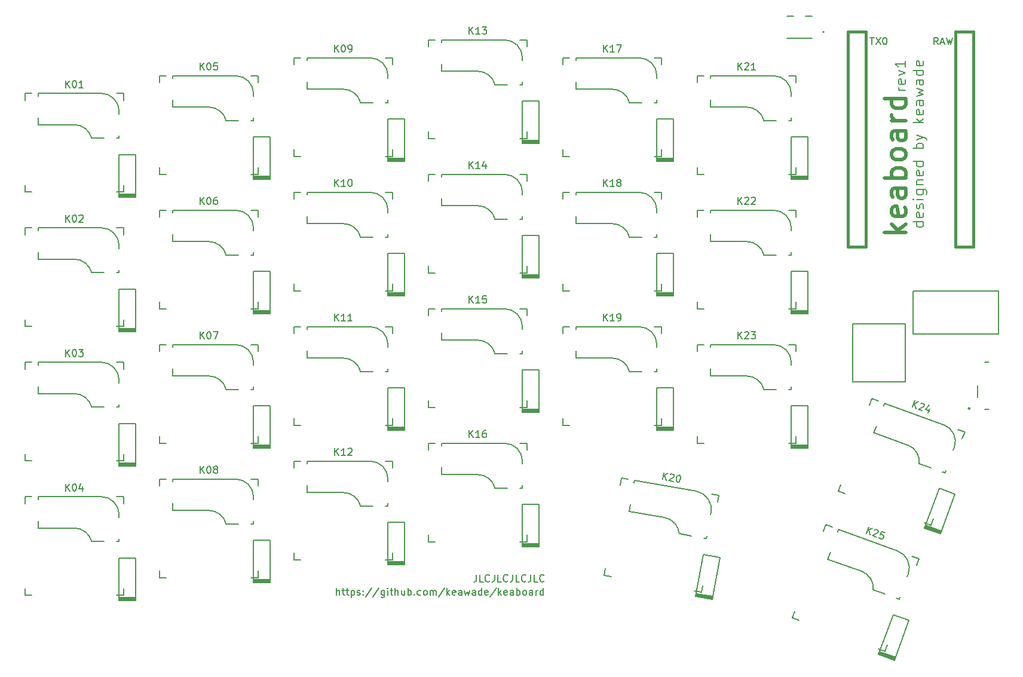
<source format=gbr>
%TF.GenerationSoftware,KiCad,Pcbnew,5.1.6-c6e7f7d~87~ubuntu20.04.1*%
%TF.CreationDate,2020-09-01T20:40:05-05:00*%
%TF.ProjectId,keaboard_rev1,6b656162-6f61-4726-945f-726576312e6b,rev?*%
%TF.SameCoordinates,Original*%
%TF.FileFunction,Legend,Top*%
%TF.FilePolarity,Positive*%
%FSLAX46Y46*%
G04 Gerber Fmt 4.6, Leading zero omitted, Abs format (unit mm)*
G04 Created by KiCad (PCBNEW 5.1.6-c6e7f7d~87~ubuntu20.04.1) date 2020-09-01 20:40:05*
%MOMM*%
%LPD*%
G01*
G04 APERTURE LIST*
%ADD10C,0.200000*%
%ADD11C,0.500000*%
%ADD12C,0.150000*%
%ADD13C,0.152400*%
%ADD14C,0.381000*%
%ADD15C,0.127000*%
%ADD16C,0.250000*%
G04 APERTURE END LIST*
D10*
X158539571Y-67694714D02*
X157539571Y-67694714D01*
X157825285Y-67694714D02*
X157682428Y-67623285D01*
X157611000Y-67551857D01*
X157539571Y-67409000D01*
X157539571Y-67266142D01*
X158468142Y-66194714D02*
X158539571Y-66337571D01*
X158539571Y-66623285D01*
X158468142Y-66766142D01*
X158325285Y-66837571D01*
X157753857Y-66837571D01*
X157611000Y-66766142D01*
X157539571Y-66623285D01*
X157539571Y-66337571D01*
X157611000Y-66194714D01*
X157753857Y-66123285D01*
X157896714Y-66123285D01*
X158039571Y-66837571D01*
X157539571Y-65623285D02*
X158539571Y-65266142D01*
X157539571Y-64909000D01*
X158539571Y-63551857D02*
X158539571Y-64409000D01*
X158539571Y-63980428D02*
X157039571Y-63980428D01*
X157253857Y-64123285D01*
X157396714Y-64266142D01*
X157468142Y-64409000D01*
D11*
X158583142Y-87859000D02*
X155583142Y-87859000D01*
X157440285Y-87573285D02*
X158583142Y-86716142D01*
X156583142Y-86716142D02*
X157726000Y-87859000D01*
X158440285Y-84287571D02*
X158583142Y-84573285D01*
X158583142Y-85144714D01*
X158440285Y-85430428D01*
X158154571Y-85573285D01*
X157011714Y-85573285D01*
X156726000Y-85430428D01*
X156583142Y-85144714D01*
X156583142Y-84573285D01*
X156726000Y-84287571D01*
X157011714Y-84144714D01*
X157297428Y-84144714D01*
X157583142Y-85573285D01*
X158583142Y-81573285D02*
X157011714Y-81573285D01*
X156726000Y-81716142D01*
X156583142Y-82001857D01*
X156583142Y-82573285D01*
X156726000Y-82859000D01*
X158440285Y-81573285D02*
X158583142Y-81859000D01*
X158583142Y-82573285D01*
X158440285Y-82859000D01*
X158154571Y-83001857D01*
X157868857Y-83001857D01*
X157583142Y-82859000D01*
X157440285Y-82573285D01*
X157440285Y-81859000D01*
X157297428Y-81573285D01*
X158583142Y-80144714D02*
X155583142Y-80144714D01*
X156726000Y-80144714D02*
X156583142Y-79859000D01*
X156583142Y-79287571D01*
X156726000Y-79001857D01*
X156868857Y-78859000D01*
X157154571Y-78716142D01*
X158011714Y-78716142D01*
X158297428Y-78859000D01*
X158440285Y-79001857D01*
X158583142Y-79287571D01*
X158583142Y-79859000D01*
X158440285Y-80144714D01*
X158583142Y-77001857D02*
X158440285Y-77287571D01*
X158297428Y-77430428D01*
X158011714Y-77573285D01*
X157154571Y-77573285D01*
X156868857Y-77430428D01*
X156726000Y-77287571D01*
X156583142Y-77001857D01*
X156583142Y-76573285D01*
X156726000Y-76287571D01*
X156868857Y-76144714D01*
X157154571Y-76001857D01*
X158011714Y-76001857D01*
X158297428Y-76144714D01*
X158440285Y-76287571D01*
X158583142Y-76573285D01*
X158583142Y-77001857D01*
X158583142Y-73430428D02*
X157011714Y-73430428D01*
X156726000Y-73573285D01*
X156583142Y-73859000D01*
X156583142Y-74430428D01*
X156726000Y-74716142D01*
X158440285Y-73430428D02*
X158583142Y-73716142D01*
X158583142Y-74430428D01*
X158440285Y-74716142D01*
X158154571Y-74859000D01*
X157868857Y-74859000D01*
X157583142Y-74716142D01*
X157440285Y-74430428D01*
X157440285Y-73716142D01*
X157297428Y-73430428D01*
X158583142Y-72001857D02*
X156583142Y-72001857D01*
X157154571Y-72001857D02*
X156868857Y-71859000D01*
X156726000Y-71716142D01*
X156583142Y-71430428D01*
X156583142Y-71144714D01*
X158583142Y-68859000D02*
X155583142Y-68859000D01*
X158440285Y-68859000D02*
X158583142Y-69144714D01*
X158583142Y-69716142D01*
X158440285Y-70001857D01*
X158297428Y-70144714D01*
X158011714Y-70287571D01*
X157154571Y-70287571D01*
X156868857Y-70144714D01*
X156726000Y-70001857D01*
X156583142Y-69716142D01*
X156583142Y-69144714D01*
X156726000Y-68859000D01*
D10*
X161079571Y-86382428D02*
X159579571Y-86382428D01*
X161008142Y-86382428D02*
X161079571Y-86525285D01*
X161079571Y-86811000D01*
X161008142Y-86953857D01*
X160936714Y-87025285D01*
X160793857Y-87096714D01*
X160365285Y-87096714D01*
X160222428Y-87025285D01*
X160151000Y-86953857D01*
X160079571Y-86811000D01*
X160079571Y-86525285D01*
X160151000Y-86382428D01*
X161008142Y-85096714D02*
X161079571Y-85239571D01*
X161079571Y-85525285D01*
X161008142Y-85668142D01*
X160865285Y-85739571D01*
X160293857Y-85739571D01*
X160151000Y-85668142D01*
X160079571Y-85525285D01*
X160079571Y-85239571D01*
X160151000Y-85096714D01*
X160293857Y-85025285D01*
X160436714Y-85025285D01*
X160579571Y-85739571D01*
X161008142Y-84453857D02*
X161079571Y-84311000D01*
X161079571Y-84025285D01*
X161008142Y-83882428D01*
X160865285Y-83811000D01*
X160793857Y-83811000D01*
X160651000Y-83882428D01*
X160579571Y-84025285D01*
X160579571Y-84239571D01*
X160508142Y-84382428D01*
X160365285Y-84453857D01*
X160293857Y-84453857D01*
X160151000Y-84382428D01*
X160079571Y-84239571D01*
X160079571Y-84025285D01*
X160151000Y-83882428D01*
X161079571Y-83168142D02*
X160079571Y-83168142D01*
X159579571Y-83168142D02*
X159651000Y-83239571D01*
X159722428Y-83168142D01*
X159651000Y-83096714D01*
X159579571Y-83168142D01*
X159722428Y-83168142D01*
X160079571Y-81811000D02*
X161293857Y-81811000D01*
X161436714Y-81882428D01*
X161508142Y-81953857D01*
X161579571Y-82096714D01*
X161579571Y-82311000D01*
X161508142Y-82453857D01*
X161008142Y-81811000D02*
X161079571Y-81953857D01*
X161079571Y-82239571D01*
X161008142Y-82382428D01*
X160936714Y-82453857D01*
X160793857Y-82525285D01*
X160365285Y-82525285D01*
X160222428Y-82453857D01*
X160151000Y-82382428D01*
X160079571Y-82239571D01*
X160079571Y-81953857D01*
X160151000Y-81811000D01*
X160079571Y-81096714D02*
X161079571Y-81096714D01*
X160222428Y-81096714D02*
X160151000Y-81025285D01*
X160079571Y-80882428D01*
X160079571Y-80668142D01*
X160151000Y-80525285D01*
X160293857Y-80453857D01*
X161079571Y-80453857D01*
X161008142Y-79168142D02*
X161079571Y-79311000D01*
X161079571Y-79596714D01*
X161008142Y-79739571D01*
X160865285Y-79811000D01*
X160293857Y-79811000D01*
X160151000Y-79739571D01*
X160079571Y-79596714D01*
X160079571Y-79311000D01*
X160151000Y-79168142D01*
X160293857Y-79096714D01*
X160436714Y-79096714D01*
X160579571Y-79811000D01*
X161079571Y-77811000D02*
X159579571Y-77811000D01*
X161008142Y-77811000D02*
X161079571Y-77953857D01*
X161079571Y-78239571D01*
X161008142Y-78382428D01*
X160936714Y-78453857D01*
X160793857Y-78525285D01*
X160365285Y-78525285D01*
X160222428Y-78453857D01*
X160151000Y-78382428D01*
X160079571Y-78239571D01*
X160079571Y-77953857D01*
X160151000Y-77811000D01*
X161079571Y-75953857D02*
X159579571Y-75953857D01*
X160151000Y-75953857D02*
X160079571Y-75811000D01*
X160079571Y-75525285D01*
X160151000Y-75382428D01*
X160222428Y-75311000D01*
X160365285Y-75239571D01*
X160793857Y-75239571D01*
X160936714Y-75311000D01*
X161008142Y-75382428D01*
X161079571Y-75525285D01*
X161079571Y-75811000D01*
X161008142Y-75953857D01*
X160079571Y-74739571D02*
X161079571Y-74382428D01*
X160079571Y-74025285D02*
X161079571Y-74382428D01*
X161436714Y-74525285D01*
X161508142Y-74596714D01*
X161579571Y-74739571D01*
X161079571Y-72311000D02*
X159579571Y-72311000D01*
X160508142Y-72168142D02*
X161079571Y-71739571D01*
X160079571Y-71739571D02*
X160651000Y-72311000D01*
X161008142Y-70525285D02*
X161079571Y-70668142D01*
X161079571Y-70953857D01*
X161008142Y-71096714D01*
X160865285Y-71168142D01*
X160293857Y-71168142D01*
X160151000Y-71096714D01*
X160079571Y-70953857D01*
X160079571Y-70668142D01*
X160151000Y-70525285D01*
X160293857Y-70453857D01*
X160436714Y-70453857D01*
X160579571Y-71168142D01*
X161079571Y-69168142D02*
X160293857Y-69168142D01*
X160151000Y-69239571D01*
X160079571Y-69382428D01*
X160079571Y-69668142D01*
X160151000Y-69811000D01*
X161008142Y-69168142D02*
X161079571Y-69311000D01*
X161079571Y-69668142D01*
X161008142Y-69811000D01*
X160865285Y-69882428D01*
X160722428Y-69882428D01*
X160579571Y-69811000D01*
X160508142Y-69668142D01*
X160508142Y-69311000D01*
X160436714Y-69168142D01*
X160079571Y-68596714D02*
X161079571Y-68311000D01*
X160365285Y-68025285D01*
X161079571Y-67739571D01*
X160079571Y-67453857D01*
X161079571Y-66239571D02*
X160293857Y-66239571D01*
X160151000Y-66311000D01*
X160079571Y-66453857D01*
X160079571Y-66739571D01*
X160151000Y-66882428D01*
X161008142Y-66239571D02*
X161079571Y-66382428D01*
X161079571Y-66739571D01*
X161008142Y-66882428D01*
X160865285Y-66953857D01*
X160722428Y-66953857D01*
X160579571Y-66882428D01*
X160508142Y-66739571D01*
X160508142Y-66382428D01*
X160436714Y-66239571D01*
X161079571Y-64882428D02*
X159579571Y-64882428D01*
X161008142Y-64882428D02*
X161079571Y-65025285D01*
X161079571Y-65311000D01*
X161008142Y-65453857D01*
X160936714Y-65525285D01*
X160793857Y-65596714D01*
X160365285Y-65596714D01*
X160222428Y-65525285D01*
X160151000Y-65453857D01*
X160079571Y-65311000D01*
X160079571Y-65025285D01*
X160151000Y-64882428D01*
X161008142Y-63596714D02*
X161079571Y-63739571D01*
X161079571Y-64025285D01*
X161008142Y-64168142D01*
X160865285Y-64239571D01*
X160293857Y-64239571D01*
X160151000Y-64168142D01*
X160079571Y-64025285D01*
X160079571Y-63739571D01*
X160151000Y-63596714D01*
X160293857Y-63525285D01*
X160436714Y-63525285D01*
X160579571Y-64239571D01*
X97742952Y-136358380D02*
X97742952Y-137072666D01*
X97695333Y-137215523D01*
X97600095Y-137310761D01*
X97457238Y-137358380D01*
X97362000Y-137358380D01*
X98695333Y-137358380D02*
X98219142Y-137358380D01*
X98219142Y-136358380D01*
X99600095Y-137263142D02*
X99552476Y-137310761D01*
X99409619Y-137358380D01*
X99314380Y-137358380D01*
X99171523Y-137310761D01*
X99076285Y-137215523D01*
X99028666Y-137120285D01*
X98981047Y-136929809D01*
X98981047Y-136786952D01*
X99028666Y-136596476D01*
X99076285Y-136501238D01*
X99171523Y-136406000D01*
X99314380Y-136358380D01*
X99409619Y-136358380D01*
X99552476Y-136406000D01*
X99600095Y-136453619D01*
X100314380Y-136358380D02*
X100314380Y-137072666D01*
X100266761Y-137215523D01*
X100171523Y-137310761D01*
X100028666Y-137358380D01*
X99933428Y-137358380D01*
X101266761Y-137358380D02*
X100790571Y-137358380D01*
X100790571Y-136358380D01*
X102171523Y-137263142D02*
X102123904Y-137310761D01*
X101981047Y-137358380D01*
X101885809Y-137358380D01*
X101742952Y-137310761D01*
X101647714Y-137215523D01*
X101600095Y-137120285D01*
X101552476Y-136929809D01*
X101552476Y-136786952D01*
X101600095Y-136596476D01*
X101647714Y-136501238D01*
X101742952Y-136406000D01*
X101885809Y-136358380D01*
X101981047Y-136358380D01*
X102123904Y-136406000D01*
X102171523Y-136453619D01*
X102885809Y-136358380D02*
X102885809Y-137072666D01*
X102838190Y-137215523D01*
X102742952Y-137310761D01*
X102600095Y-137358380D01*
X102504857Y-137358380D01*
X103838190Y-137358380D02*
X103362000Y-137358380D01*
X103362000Y-136358380D01*
X104742952Y-137263142D02*
X104695333Y-137310761D01*
X104552476Y-137358380D01*
X104457238Y-137358380D01*
X104314380Y-137310761D01*
X104219142Y-137215523D01*
X104171523Y-137120285D01*
X104123904Y-136929809D01*
X104123904Y-136786952D01*
X104171523Y-136596476D01*
X104219142Y-136501238D01*
X104314380Y-136406000D01*
X104457238Y-136358380D01*
X104552476Y-136358380D01*
X104695333Y-136406000D01*
X104742952Y-136453619D01*
X105457238Y-136358380D02*
X105457238Y-137072666D01*
X105409619Y-137215523D01*
X105314380Y-137310761D01*
X105171523Y-137358380D01*
X105076285Y-137358380D01*
X106409619Y-137358380D02*
X105933428Y-137358380D01*
X105933428Y-136358380D01*
X107314380Y-137263142D02*
X107266761Y-137310761D01*
X107123904Y-137358380D01*
X107028666Y-137358380D01*
X106885809Y-137310761D01*
X106790571Y-137215523D01*
X106742952Y-137120285D01*
X106695333Y-136929809D01*
X106695333Y-136786952D01*
X106742952Y-136596476D01*
X106790571Y-136501238D01*
X106885809Y-136406000D01*
X107028666Y-136358380D01*
X107123904Y-136358380D01*
X107266761Y-136406000D01*
X107314380Y-136453619D01*
X77941000Y-139263380D02*
X77941000Y-138263380D01*
X78369571Y-139263380D02*
X78369571Y-138739571D01*
X78321952Y-138644333D01*
X78226714Y-138596714D01*
X78083857Y-138596714D01*
X77988619Y-138644333D01*
X77941000Y-138691952D01*
X78702904Y-138596714D02*
X79083857Y-138596714D01*
X78845761Y-138263380D02*
X78845761Y-139120523D01*
X78893380Y-139215761D01*
X78988619Y-139263380D01*
X79083857Y-139263380D01*
X79274333Y-138596714D02*
X79655285Y-138596714D01*
X79417190Y-138263380D02*
X79417190Y-139120523D01*
X79464809Y-139215761D01*
X79560047Y-139263380D01*
X79655285Y-139263380D01*
X79988619Y-138596714D02*
X79988619Y-139596714D01*
X79988619Y-138644333D02*
X80083857Y-138596714D01*
X80274333Y-138596714D01*
X80369571Y-138644333D01*
X80417190Y-138691952D01*
X80464809Y-138787190D01*
X80464809Y-139072904D01*
X80417190Y-139168142D01*
X80369571Y-139215761D01*
X80274333Y-139263380D01*
X80083857Y-139263380D01*
X79988619Y-139215761D01*
X80845761Y-139215761D02*
X80941000Y-139263380D01*
X81131476Y-139263380D01*
X81226714Y-139215761D01*
X81274333Y-139120523D01*
X81274333Y-139072904D01*
X81226714Y-138977666D01*
X81131476Y-138930047D01*
X80988619Y-138930047D01*
X80893380Y-138882428D01*
X80845761Y-138787190D01*
X80845761Y-138739571D01*
X80893380Y-138644333D01*
X80988619Y-138596714D01*
X81131476Y-138596714D01*
X81226714Y-138644333D01*
X81702904Y-139168142D02*
X81750523Y-139215761D01*
X81702904Y-139263380D01*
X81655285Y-139215761D01*
X81702904Y-139168142D01*
X81702904Y-139263380D01*
X81702904Y-138644333D02*
X81750523Y-138691952D01*
X81702904Y-138739571D01*
X81655285Y-138691952D01*
X81702904Y-138644333D01*
X81702904Y-138739571D01*
X82893380Y-138215761D02*
X82036238Y-139501476D01*
X83941000Y-138215761D02*
X83083857Y-139501476D01*
X84702904Y-138596714D02*
X84702904Y-139406238D01*
X84655285Y-139501476D01*
X84607666Y-139549095D01*
X84512428Y-139596714D01*
X84369571Y-139596714D01*
X84274333Y-139549095D01*
X84702904Y-139215761D02*
X84607666Y-139263380D01*
X84417190Y-139263380D01*
X84321952Y-139215761D01*
X84274333Y-139168142D01*
X84226714Y-139072904D01*
X84226714Y-138787190D01*
X84274333Y-138691952D01*
X84321952Y-138644333D01*
X84417190Y-138596714D01*
X84607666Y-138596714D01*
X84702904Y-138644333D01*
X85179095Y-139263380D02*
X85179095Y-138596714D01*
X85179095Y-138263380D02*
X85131476Y-138311000D01*
X85179095Y-138358619D01*
X85226714Y-138311000D01*
X85179095Y-138263380D01*
X85179095Y-138358619D01*
X85512428Y-138596714D02*
X85893380Y-138596714D01*
X85655285Y-138263380D02*
X85655285Y-139120523D01*
X85702904Y-139215761D01*
X85798142Y-139263380D01*
X85893380Y-139263380D01*
X86226714Y-139263380D02*
X86226714Y-138263380D01*
X86655285Y-139263380D02*
X86655285Y-138739571D01*
X86607666Y-138644333D01*
X86512428Y-138596714D01*
X86369571Y-138596714D01*
X86274333Y-138644333D01*
X86226714Y-138691952D01*
X87560047Y-138596714D02*
X87560047Y-139263380D01*
X87131476Y-138596714D02*
X87131476Y-139120523D01*
X87179095Y-139215761D01*
X87274333Y-139263380D01*
X87417190Y-139263380D01*
X87512428Y-139215761D01*
X87560047Y-139168142D01*
X88036238Y-139263380D02*
X88036238Y-138263380D01*
X88036238Y-138644333D02*
X88131476Y-138596714D01*
X88321952Y-138596714D01*
X88417190Y-138644333D01*
X88464809Y-138691952D01*
X88512428Y-138787190D01*
X88512428Y-139072904D01*
X88464809Y-139168142D01*
X88417190Y-139215761D01*
X88321952Y-139263380D01*
X88131476Y-139263380D01*
X88036238Y-139215761D01*
X88941000Y-139168142D02*
X88988619Y-139215761D01*
X88941000Y-139263380D01*
X88893380Y-139215761D01*
X88941000Y-139168142D01*
X88941000Y-139263380D01*
X89845761Y-139215761D02*
X89750523Y-139263380D01*
X89560047Y-139263380D01*
X89464809Y-139215761D01*
X89417190Y-139168142D01*
X89369571Y-139072904D01*
X89369571Y-138787190D01*
X89417190Y-138691952D01*
X89464809Y-138644333D01*
X89560047Y-138596714D01*
X89750523Y-138596714D01*
X89845761Y-138644333D01*
X90417190Y-139263380D02*
X90321952Y-139215761D01*
X90274333Y-139168142D01*
X90226714Y-139072904D01*
X90226714Y-138787190D01*
X90274333Y-138691952D01*
X90321952Y-138644333D01*
X90417190Y-138596714D01*
X90560047Y-138596714D01*
X90655285Y-138644333D01*
X90702904Y-138691952D01*
X90750523Y-138787190D01*
X90750523Y-139072904D01*
X90702904Y-139168142D01*
X90655285Y-139215761D01*
X90560047Y-139263380D01*
X90417190Y-139263380D01*
X91179095Y-139263380D02*
X91179095Y-138596714D01*
X91179095Y-138691952D02*
X91226714Y-138644333D01*
X91321952Y-138596714D01*
X91464809Y-138596714D01*
X91560047Y-138644333D01*
X91607666Y-138739571D01*
X91607666Y-139263380D01*
X91607666Y-138739571D02*
X91655285Y-138644333D01*
X91750523Y-138596714D01*
X91893380Y-138596714D01*
X91988619Y-138644333D01*
X92036238Y-138739571D01*
X92036238Y-139263380D01*
X93226714Y-138215761D02*
X92369571Y-139501476D01*
X93560047Y-139263380D02*
X93560047Y-138263380D01*
X93655285Y-138882428D02*
X93941000Y-139263380D01*
X93941000Y-138596714D02*
X93560047Y-138977666D01*
X94750523Y-139215761D02*
X94655285Y-139263380D01*
X94464809Y-139263380D01*
X94369571Y-139215761D01*
X94321952Y-139120523D01*
X94321952Y-138739571D01*
X94369571Y-138644333D01*
X94464809Y-138596714D01*
X94655285Y-138596714D01*
X94750523Y-138644333D01*
X94798142Y-138739571D01*
X94798142Y-138834809D01*
X94321952Y-138930047D01*
X95655285Y-139263380D02*
X95655285Y-138739571D01*
X95607666Y-138644333D01*
X95512428Y-138596714D01*
X95321952Y-138596714D01*
X95226714Y-138644333D01*
X95655285Y-139215761D02*
X95560047Y-139263380D01*
X95321952Y-139263380D01*
X95226714Y-139215761D01*
X95179095Y-139120523D01*
X95179095Y-139025285D01*
X95226714Y-138930047D01*
X95321952Y-138882428D01*
X95560047Y-138882428D01*
X95655285Y-138834809D01*
X96036238Y-138596714D02*
X96226714Y-139263380D01*
X96417190Y-138787190D01*
X96607666Y-139263380D01*
X96798142Y-138596714D01*
X97607666Y-139263380D02*
X97607666Y-138739571D01*
X97560047Y-138644333D01*
X97464809Y-138596714D01*
X97274333Y-138596714D01*
X97179095Y-138644333D01*
X97607666Y-139215761D02*
X97512428Y-139263380D01*
X97274333Y-139263380D01*
X97179095Y-139215761D01*
X97131476Y-139120523D01*
X97131476Y-139025285D01*
X97179095Y-138930047D01*
X97274333Y-138882428D01*
X97512428Y-138882428D01*
X97607666Y-138834809D01*
X98512428Y-139263380D02*
X98512428Y-138263380D01*
X98512428Y-139215761D02*
X98417190Y-139263380D01*
X98226714Y-139263380D01*
X98131476Y-139215761D01*
X98083857Y-139168142D01*
X98036238Y-139072904D01*
X98036238Y-138787190D01*
X98083857Y-138691952D01*
X98131476Y-138644333D01*
X98226714Y-138596714D01*
X98417190Y-138596714D01*
X98512428Y-138644333D01*
X99369571Y-139215761D02*
X99274333Y-139263380D01*
X99083857Y-139263380D01*
X98988619Y-139215761D01*
X98941000Y-139120523D01*
X98941000Y-138739571D01*
X98988619Y-138644333D01*
X99083857Y-138596714D01*
X99274333Y-138596714D01*
X99369571Y-138644333D01*
X99417190Y-138739571D01*
X99417190Y-138834809D01*
X98941000Y-138930047D01*
X100560047Y-138215761D02*
X99702904Y-139501476D01*
X100893380Y-139263380D02*
X100893380Y-138263380D01*
X100988619Y-138882428D02*
X101274333Y-139263380D01*
X101274333Y-138596714D02*
X100893380Y-138977666D01*
X102083857Y-139215761D02*
X101988619Y-139263380D01*
X101798142Y-139263380D01*
X101702904Y-139215761D01*
X101655285Y-139120523D01*
X101655285Y-138739571D01*
X101702904Y-138644333D01*
X101798142Y-138596714D01*
X101988619Y-138596714D01*
X102083857Y-138644333D01*
X102131476Y-138739571D01*
X102131476Y-138834809D01*
X101655285Y-138930047D01*
X102988619Y-139263380D02*
X102988619Y-138739571D01*
X102941000Y-138644333D01*
X102845761Y-138596714D01*
X102655285Y-138596714D01*
X102560047Y-138644333D01*
X102988619Y-139215761D02*
X102893380Y-139263380D01*
X102655285Y-139263380D01*
X102560047Y-139215761D01*
X102512428Y-139120523D01*
X102512428Y-139025285D01*
X102560047Y-138930047D01*
X102655285Y-138882428D01*
X102893380Y-138882428D01*
X102988619Y-138834809D01*
X103464809Y-139263380D02*
X103464809Y-138263380D01*
X103464809Y-138644333D02*
X103560047Y-138596714D01*
X103750523Y-138596714D01*
X103845761Y-138644333D01*
X103893380Y-138691952D01*
X103941000Y-138787190D01*
X103941000Y-139072904D01*
X103893380Y-139168142D01*
X103845761Y-139215761D01*
X103750523Y-139263380D01*
X103560047Y-139263380D01*
X103464809Y-139215761D01*
X104512428Y-139263380D02*
X104417190Y-139215761D01*
X104369571Y-139168142D01*
X104321952Y-139072904D01*
X104321952Y-138787190D01*
X104369571Y-138691952D01*
X104417190Y-138644333D01*
X104512428Y-138596714D01*
X104655285Y-138596714D01*
X104750523Y-138644333D01*
X104798142Y-138691952D01*
X104845761Y-138787190D01*
X104845761Y-139072904D01*
X104798142Y-139168142D01*
X104750523Y-139215761D01*
X104655285Y-139263380D01*
X104512428Y-139263380D01*
X105702904Y-139263380D02*
X105702904Y-138739571D01*
X105655285Y-138644333D01*
X105560047Y-138596714D01*
X105369571Y-138596714D01*
X105274333Y-138644333D01*
X105702904Y-139215761D02*
X105607666Y-139263380D01*
X105369571Y-139263380D01*
X105274333Y-139215761D01*
X105226714Y-139120523D01*
X105226714Y-139025285D01*
X105274333Y-138930047D01*
X105369571Y-138882428D01*
X105607666Y-138882428D01*
X105702904Y-138834809D01*
X106179095Y-139263380D02*
X106179095Y-138596714D01*
X106179095Y-138787190D02*
X106226714Y-138691952D01*
X106274333Y-138644333D01*
X106369571Y-138596714D01*
X106464809Y-138596714D01*
X107226714Y-139263380D02*
X107226714Y-138263380D01*
X107226714Y-139215761D02*
X107131476Y-139263380D01*
X106941000Y-139263380D01*
X106845761Y-139215761D01*
X106798142Y-139168142D01*
X106750523Y-139072904D01*
X106750523Y-138787190D01*
X106798142Y-138691952D01*
X106845761Y-138644333D01*
X106941000Y-138596714D01*
X107131476Y-138596714D01*
X107226714Y-138644333D01*
D12*
%TO.C,K17*%
X111887000Y-63119000D02*
X111887000Y-63500000D01*
X120777000Y-63119000D02*
X111887000Y-63119000D01*
X123317000Y-65659000D02*
X123317000Y-66040000D01*
X122936000Y-69469000D02*
X123317000Y-69469000D01*
X119431162Y-69469000D02*
X121158000Y-69469000D01*
X111887000Y-67564000D02*
X116967000Y-67564000D01*
X111887000Y-66548000D02*
X111887000Y-67564000D01*
X123317000Y-69088000D02*
X123317000Y-69469000D01*
X110967000Y-63104000D02*
X109967000Y-63104000D01*
X109967000Y-77104000D02*
X110967000Y-77104000D01*
X109967000Y-64104000D02*
X109967000Y-63104000D01*
X123967000Y-63104000D02*
X123967000Y-64104000D01*
X122967000Y-77104000D02*
X123967000Y-77104000D01*
X123967000Y-63104000D02*
X122967000Y-63104000D01*
X123967000Y-76104000D02*
X123967000Y-77104000D01*
X109967000Y-77104000D02*
X109967000Y-76104000D01*
X123317000Y-65659000D02*
G75*
G03*
X120777000Y-63119000I-2540000J0D01*
G01*
X119431162Y-69487960D02*
G75*
G03*
X116967000Y-67564000I-2464162J-616040D01*
G01*
D10*
%TO.C,D25*%
X156988167Y-148471919D02*
X154732904Y-147651070D01*
X159040288Y-142833763D02*
X156988167Y-148471919D01*
X156785025Y-142012914D02*
X159040288Y-142833763D01*
X154732904Y-147651070D02*
X156785025Y-142012914D01*
X154826960Y-147392655D02*
X157082222Y-148213503D01*
X154869712Y-147275193D02*
X157124975Y-148096042D01*
X157030919Y-148354457D02*
X154775657Y-147533609D01*
%TO.C,D24*%
X163503650Y-130570774D02*
X161248387Y-129749925D01*
X165555771Y-124932618D02*
X163503650Y-130570774D01*
X163300508Y-124111769D02*
X165555771Y-124932618D01*
X161248387Y-129749925D02*
X163300508Y-124111769D01*
X161342443Y-129491510D02*
X163597705Y-130312358D01*
X161385195Y-129374048D02*
X163640458Y-130194897D01*
X163546402Y-130453312D02*
X161291140Y-129632464D01*
%TO.C,D23*%
X144717000Y-118444000D02*
X142317000Y-118444000D01*
X144717000Y-112444000D02*
X144717000Y-118444000D01*
X142317000Y-112444000D02*
X144717000Y-112444000D01*
X142317000Y-118444000D02*
X142317000Y-112444000D01*
X142317000Y-118169000D02*
X144717000Y-118169000D01*
X142317000Y-118044000D02*
X144717000Y-118044000D01*
X144717000Y-118319000D02*
X142317000Y-118319000D01*
%TO.C,D22*%
X144717000Y-99394000D02*
X142317000Y-99394000D01*
X144717000Y-93394000D02*
X144717000Y-99394000D01*
X142317000Y-93394000D02*
X144717000Y-93394000D01*
X142317000Y-99394000D02*
X142317000Y-93394000D01*
X142317000Y-99119000D02*
X144717000Y-99119000D01*
X142317000Y-98994000D02*
X144717000Y-98994000D01*
X144717000Y-99269000D02*
X142317000Y-99269000D01*
%TO.C,D21*%
X144717000Y-80344000D02*
X142317000Y-80344000D01*
X144717000Y-74344000D02*
X144717000Y-80344000D01*
X142317000Y-74344000D02*
X144717000Y-74344000D01*
X142317000Y-80344000D02*
X142317000Y-74344000D01*
X142317000Y-80069000D02*
X144717000Y-80069000D01*
X142317000Y-79944000D02*
X144717000Y-79944000D01*
X144717000Y-80219000D02*
X142317000Y-80219000D01*
%TO.C,D20*%
X131187305Y-139859535D02*
X128823767Y-139442779D01*
X132229194Y-133950688D02*
X131187305Y-139859535D01*
X129865656Y-133533932D02*
X132229194Y-133950688D01*
X128823767Y-139442779D02*
X129865656Y-133533932D01*
X128871520Y-139171957D02*
X131235058Y-139588712D01*
X128893226Y-139048856D02*
X131256764Y-139465612D01*
X131209011Y-139736434D02*
X128845473Y-139319678D01*
%TO.C,D19*%
X125667000Y-115904000D02*
X123267000Y-115904000D01*
X125667000Y-109904000D02*
X125667000Y-115904000D01*
X123267000Y-109904000D02*
X125667000Y-109904000D01*
X123267000Y-115904000D02*
X123267000Y-109904000D01*
X123267000Y-115629000D02*
X125667000Y-115629000D01*
X123267000Y-115504000D02*
X125667000Y-115504000D01*
X125667000Y-115779000D02*
X123267000Y-115779000D01*
%TO.C,D18*%
X125667000Y-96854000D02*
X123267000Y-96854000D01*
X125667000Y-90854000D02*
X125667000Y-96854000D01*
X123267000Y-90854000D02*
X125667000Y-90854000D01*
X123267000Y-96854000D02*
X123267000Y-90854000D01*
X123267000Y-96579000D02*
X125667000Y-96579000D01*
X123267000Y-96454000D02*
X125667000Y-96454000D01*
X125667000Y-96729000D02*
X123267000Y-96729000D01*
%TO.C,D17*%
X125667000Y-77804000D02*
X123267000Y-77804000D01*
X125667000Y-71804000D02*
X125667000Y-77804000D01*
X123267000Y-71804000D02*
X125667000Y-71804000D01*
X123267000Y-77804000D02*
X123267000Y-71804000D01*
X123267000Y-77529000D02*
X125667000Y-77529000D01*
X123267000Y-77404000D02*
X125667000Y-77404000D01*
X125667000Y-77679000D02*
X123267000Y-77679000D01*
%TO.C,D16*%
X106617000Y-132414000D02*
X104217000Y-132414000D01*
X106617000Y-126414000D02*
X106617000Y-132414000D01*
X104217000Y-126414000D02*
X106617000Y-126414000D01*
X104217000Y-132414000D02*
X104217000Y-126414000D01*
X104217000Y-132139000D02*
X106617000Y-132139000D01*
X104217000Y-132014000D02*
X106617000Y-132014000D01*
X106617000Y-132289000D02*
X104217000Y-132289000D01*
%TO.C,D15*%
X106617000Y-113364000D02*
X104217000Y-113364000D01*
X106617000Y-107364000D02*
X106617000Y-113364000D01*
X104217000Y-107364000D02*
X106617000Y-107364000D01*
X104217000Y-113364000D02*
X104217000Y-107364000D01*
X104217000Y-113089000D02*
X106617000Y-113089000D01*
X104217000Y-112964000D02*
X106617000Y-112964000D01*
X106617000Y-113239000D02*
X104217000Y-113239000D01*
%TO.C,D14*%
X106617000Y-94314000D02*
X104217000Y-94314000D01*
X106617000Y-88314000D02*
X106617000Y-94314000D01*
X104217000Y-88314000D02*
X106617000Y-88314000D01*
X104217000Y-94314000D02*
X104217000Y-88314000D01*
X104217000Y-94039000D02*
X106617000Y-94039000D01*
X104217000Y-93914000D02*
X106617000Y-93914000D01*
X106617000Y-94189000D02*
X104217000Y-94189000D01*
%TO.C,D13*%
X106617000Y-75264000D02*
X104217000Y-75264000D01*
X106617000Y-69264000D02*
X106617000Y-75264000D01*
X104217000Y-69264000D02*
X106617000Y-69264000D01*
X104217000Y-75264000D02*
X104217000Y-69264000D01*
X104217000Y-74989000D02*
X106617000Y-74989000D01*
X104217000Y-74864000D02*
X106617000Y-74864000D01*
X106617000Y-75139000D02*
X104217000Y-75139000D01*
%TO.C,D12*%
X87567000Y-134954000D02*
X85167000Y-134954000D01*
X87567000Y-128954000D02*
X87567000Y-134954000D01*
X85167000Y-128954000D02*
X87567000Y-128954000D01*
X85167000Y-134954000D02*
X85167000Y-128954000D01*
X85167000Y-134679000D02*
X87567000Y-134679000D01*
X85167000Y-134554000D02*
X87567000Y-134554000D01*
X87567000Y-134829000D02*
X85167000Y-134829000D01*
%TO.C,D11*%
X87567000Y-115904000D02*
X85167000Y-115904000D01*
X87567000Y-109904000D02*
X87567000Y-115904000D01*
X85167000Y-109904000D02*
X87567000Y-109904000D01*
X85167000Y-115904000D02*
X85167000Y-109904000D01*
X85167000Y-115629000D02*
X87567000Y-115629000D01*
X85167000Y-115504000D02*
X87567000Y-115504000D01*
X87567000Y-115779000D02*
X85167000Y-115779000D01*
%TO.C,D10*%
X87567000Y-96854000D02*
X85167000Y-96854000D01*
X87567000Y-90854000D02*
X87567000Y-96854000D01*
X85167000Y-90854000D02*
X87567000Y-90854000D01*
X85167000Y-96854000D02*
X85167000Y-90854000D01*
X85167000Y-96579000D02*
X87567000Y-96579000D01*
X85167000Y-96454000D02*
X87567000Y-96454000D01*
X87567000Y-96729000D02*
X85167000Y-96729000D01*
%TO.C,D09*%
X87567000Y-77804000D02*
X85167000Y-77804000D01*
X87567000Y-71804000D02*
X87567000Y-77804000D01*
X85167000Y-71804000D02*
X87567000Y-71804000D01*
X85167000Y-77804000D02*
X85167000Y-71804000D01*
X85167000Y-77529000D02*
X87567000Y-77529000D01*
X85167000Y-77404000D02*
X87567000Y-77404000D01*
X87567000Y-77679000D02*
X85167000Y-77679000D01*
%TO.C,D08*%
X68517000Y-137494000D02*
X66117000Y-137494000D01*
X68517000Y-131494000D02*
X68517000Y-137494000D01*
X66117000Y-131494000D02*
X68517000Y-131494000D01*
X66117000Y-137494000D02*
X66117000Y-131494000D01*
X66117000Y-137219000D02*
X68517000Y-137219000D01*
X66117000Y-137094000D02*
X68517000Y-137094000D01*
X68517000Y-137369000D02*
X66117000Y-137369000D01*
%TO.C,D07*%
X68517000Y-118444000D02*
X66117000Y-118444000D01*
X68517000Y-112444000D02*
X68517000Y-118444000D01*
X66117000Y-112444000D02*
X68517000Y-112444000D01*
X66117000Y-118444000D02*
X66117000Y-112444000D01*
X66117000Y-118169000D02*
X68517000Y-118169000D01*
X66117000Y-118044000D02*
X68517000Y-118044000D01*
X68517000Y-118319000D02*
X66117000Y-118319000D01*
%TO.C,D06*%
X68517000Y-99394000D02*
X66117000Y-99394000D01*
X68517000Y-93394000D02*
X68517000Y-99394000D01*
X66117000Y-93394000D02*
X68517000Y-93394000D01*
X66117000Y-99394000D02*
X66117000Y-93394000D01*
X66117000Y-99119000D02*
X68517000Y-99119000D01*
X66117000Y-98994000D02*
X68517000Y-98994000D01*
X68517000Y-99269000D02*
X66117000Y-99269000D01*
%TO.C,D05*%
X68517000Y-80344000D02*
X66117000Y-80344000D01*
X68517000Y-74344000D02*
X68517000Y-80344000D01*
X66117000Y-74344000D02*
X68517000Y-74344000D01*
X66117000Y-80344000D02*
X66117000Y-74344000D01*
X66117000Y-80069000D02*
X68517000Y-80069000D01*
X66117000Y-79944000D02*
X68517000Y-79944000D01*
X68517000Y-80219000D02*
X66117000Y-80219000D01*
%TO.C,D04*%
X49467000Y-139994000D02*
X47067000Y-139994000D01*
X49467000Y-133994000D02*
X49467000Y-139994000D01*
X47067000Y-133994000D02*
X49467000Y-133994000D01*
X47067000Y-139994000D02*
X47067000Y-133994000D01*
X47067000Y-139719000D02*
X49467000Y-139719000D01*
X47067000Y-139594000D02*
X49467000Y-139594000D01*
X49467000Y-139869000D02*
X47067000Y-139869000D01*
%TO.C,D03*%
X49467000Y-120944000D02*
X47067000Y-120944000D01*
X49467000Y-114944000D02*
X49467000Y-120944000D01*
X47067000Y-114944000D02*
X49467000Y-114944000D01*
X47067000Y-120944000D02*
X47067000Y-114944000D01*
X47067000Y-120669000D02*
X49467000Y-120669000D01*
X47067000Y-120544000D02*
X49467000Y-120544000D01*
X49467000Y-120819000D02*
X47067000Y-120819000D01*
%TO.C,D02*%
X49467000Y-101894000D02*
X47067000Y-101894000D01*
X49467000Y-95894000D02*
X49467000Y-101894000D01*
X47067000Y-95894000D02*
X49467000Y-95894000D01*
X47067000Y-101894000D02*
X47067000Y-95894000D01*
X47067000Y-101619000D02*
X49467000Y-101619000D01*
X47067000Y-101494000D02*
X49467000Y-101494000D01*
X49467000Y-101769000D02*
X47067000Y-101769000D01*
%TO.C,D01*%
X49467000Y-82719000D02*
X47067000Y-82719000D01*
X47067000Y-82444000D02*
X49467000Y-82444000D01*
X47067000Y-82569000D02*
X49467000Y-82569000D01*
X47067000Y-82844000D02*
X47067000Y-76844000D01*
X47067000Y-76844000D02*
X49467000Y-76844000D01*
X49467000Y-76844000D02*
X49467000Y-82844000D01*
X49467000Y-82844000D02*
X47067000Y-82844000D01*
D12*
%TO.C,TRRS1*%
X171704000Y-96153000D02*
X159604000Y-96153000D01*
X171704000Y-102253000D02*
X159604000Y-102253000D01*
X159604000Y-102253000D02*
X159604000Y-96153000D01*
X171704000Y-102253000D02*
X171704000Y-96153000D01*
%TO.C,K05*%
X54737000Y-65659000D02*
X54737000Y-66040000D01*
X63627000Y-65659000D02*
X54737000Y-65659000D01*
X66167000Y-68199000D02*
X66167000Y-68580000D01*
X65786000Y-72009000D02*
X66167000Y-72009000D01*
X62281162Y-72009000D02*
X64008000Y-72009000D01*
X54737000Y-70104000D02*
X59817000Y-70104000D01*
X54737000Y-69088000D02*
X54737000Y-70104000D01*
X66167000Y-71628000D02*
X66167000Y-72009000D01*
X53817000Y-65644000D02*
X52817000Y-65644000D01*
X52817000Y-79644000D02*
X53817000Y-79644000D01*
X52817000Y-66644000D02*
X52817000Y-65644000D01*
X66817000Y-65644000D02*
X66817000Y-66644000D01*
X65817000Y-79644000D02*
X66817000Y-79644000D01*
X66817000Y-65644000D02*
X65817000Y-65644000D01*
X66817000Y-78644000D02*
X66817000Y-79644000D01*
X52817000Y-79644000D02*
X52817000Y-78644000D01*
X66167000Y-68199000D02*
G75*
G03*
X63627000Y-65659000I-2540000J0D01*
G01*
X62281162Y-72027960D02*
G75*
G03*
X59817000Y-70104000I-2464162J-616040D01*
G01*
%TO.C,K01*%
X35687000Y-68159000D02*
X35687000Y-68540000D01*
X44577000Y-68159000D02*
X35687000Y-68159000D01*
X47117000Y-70699000D02*
X47117000Y-71080000D01*
X46736000Y-74509000D02*
X47117000Y-74509000D01*
X43231162Y-74509000D02*
X44958000Y-74509000D01*
X35687000Y-72604000D02*
X40767000Y-72604000D01*
X35687000Y-71588000D02*
X35687000Y-72604000D01*
X47117000Y-74128000D02*
X47117000Y-74509000D01*
X34767000Y-68144000D02*
X33767000Y-68144000D01*
X33767000Y-82144000D02*
X34767000Y-82144000D01*
X33767000Y-69144000D02*
X33767000Y-68144000D01*
X47767000Y-68144000D02*
X47767000Y-69144000D01*
X46767000Y-82144000D02*
X47767000Y-82144000D01*
X47767000Y-68144000D02*
X46767000Y-68144000D01*
X47767000Y-81144000D02*
X47767000Y-82144000D01*
X33767000Y-82144000D02*
X33767000Y-81144000D01*
X47117000Y-70699000D02*
G75*
G03*
X44577000Y-68159000I-2540000J0D01*
G01*
X43231162Y-74527960D02*
G75*
G03*
X40767000Y-72604000I-2464162J-616040D01*
G01*
%TO.C,K25*%
X149061768Y-129959495D02*
X148931459Y-130317518D01*
X157415636Y-133000054D02*
X149061768Y-129959495D01*
X158933724Y-136255604D02*
X158803414Y-136613627D01*
X157272604Y-139705523D02*
X157630627Y-139835833D01*
X153979134Y-138506798D02*
X155601831Y-139097412D01*
X147541489Y-134136428D02*
X152315127Y-135873891D01*
X147888981Y-133181701D02*
X147541489Y-134136428D01*
X157760937Y-139477810D02*
X157630627Y-139835833D01*
X148202381Y-129630741D02*
X147262689Y-129288721D01*
X142474407Y-142444417D02*
X143414099Y-142786437D01*
X146920669Y-130228413D02*
X147262689Y-129288721D01*
X160418385Y-134077003D02*
X160076365Y-135016695D01*
X154690411Y-146890679D02*
X155630103Y-147232699D01*
X160418385Y-134077003D02*
X159478693Y-133734983D01*
X155972123Y-146293007D02*
X155630103Y-147232699D01*
X142474407Y-142444417D02*
X142816427Y-141504725D01*
X158933723Y-136255605D02*
G75*
G03*
X157415636Y-133000054I-2386819J868732D01*
G01*
X153972649Y-138524614D02*
G75*
G03*
X152315127Y-135873891I-2526253J263904D01*
G01*
%TO.C,K24*%
X155577251Y-112058351D02*
X155446942Y-112416374D01*
X163931119Y-115098910D02*
X155577251Y-112058351D01*
X165449207Y-118354460D02*
X165318897Y-118712483D01*
X163788087Y-121804379D02*
X164146110Y-121934689D01*
X160494617Y-120605654D02*
X162117314Y-121196268D01*
X154056972Y-116235284D02*
X158830610Y-117972747D01*
X154404464Y-115280557D02*
X154056972Y-116235284D01*
X164276420Y-121576666D02*
X164146110Y-121934689D01*
X154717864Y-111729597D02*
X153778172Y-111387577D01*
X148989890Y-124543273D02*
X149929582Y-124885293D01*
X153436152Y-112327269D02*
X153778172Y-111387577D01*
X166933868Y-116175859D02*
X166591848Y-117115551D01*
X161205894Y-128989535D02*
X162145586Y-129331555D01*
X166933868Y-116175859D02*
X165994176Y-115833839D01*
X162487606Y-128391863D02*
X162145586Y-129331555D01*
X148989890Y-124543273D02*
X149331910Y-123603581D01*
X165449206Y-118354461D02*
G75*
G03*
X163931119Y-115098910I-2386819J868732D01*
G01*
X160488132Y-120623470D02*
G75*
G03*
X158830610Y-117972747I-2526253J263904D01*
G01*
%TO.C,K23*%
X130937000Y-103759000D02*
X130937000Y-104140000D01*
X139827000Y-103759000D02*
X130937000Y-103759000D01*
X142367000Y-106299000D02*
X142367000Y-106680000D01*
X141986000Y-110109000D02*
X142367000Y-110109000D01*
X138481162Y-110109000D02*
X140208000Y-110109000D01*
X130937000Y-108204000D02*
X136017000Y-108204000D01*
X130937000Y-107188000D02*
X130937000Y-108204000D01*
X142367000Y-109728000D02*
X142367000Y-110109000D01*
X130017000Y-103744000D02*
X129017000Y-103744000D01*
X129017000Y-117744000D02*
X130017000Y-117744000D01*
X129017000Y-104744000D02*
X129017000Y-103744000D01*
X143017000Y-103744000D02*
X143017000Y-104744000D01*
X142017000Y-117744000D02*
X143017000Y-117744000D01*
X143017000Y-103744000D02*
X142017000Y-103744000D01*
X143017000Y-116744000D02*
X143017000Y-117744000D01*
X129017000Y-117744000D02*
X129017000Y-116744000D01*
X142367000Y-106299000D02*
G75*
G03*
X139827000Y-103759000I-2540000J0D01*
G01*
X138481162Y-110127960D02*
G75*
G03*
X136017000Y-108204000I-2464162J-616040D01*
G01*
%TO.C,K22*%
X130937000Y-84709000D02*
X130937000Y-85090000D01*
X139827000Y-84709000D02*
X130937000Y-84709000D01*
X142367000Y-87249000D02*
X142367000Y-87630000D01*
X141986000Y-91059000D02*
X142367000Y-91059000D01*
X138481162Y-91059000D02*
X140208000Y-91059000D01*
X130937000Y-89154000D02*
X136017000Y-89154000D01*
X130937000Y-88138000D02*
X130937000Y-89154000D01*
X142367000Y-90678000D02*
X142367000Y-91059000D01*
X130017000Y-84694000D02*
X129017000Y-84694000D01*
X129017000Y-98694000D02*
X130017000Y-98694000D01*
X129017000Y-85694000D02*
X129017000Y-84694000D01*
X143017000Y-84694000D02*
X143017000Y-85694000D01*
X142017000Y-98694000D02*
X143017000Y-98694000D01*
X143017000Y-84694000D02*
X142017000Y-84694000D01*
X143017000Y-97694000D02*
X143017000Y-98694000D01*
X129017000Y-98694000D02*
X129017000Y-97694000D01*
X142367000Y-87249000D02*
G75*
G03*
X139827000Y-84709000I-2540000J0D01*
G01*
X138481162Y-91077960D02*
G75*
G03*
X136017000Y-89154000I-2464162J-616040D01*
G01*
%TO.C,K21*%
X130937000Y-65659000D02*
X130937000Y-66040000D01*
X139827000Y-65659000D02*
X130937000Y-65659000D01*
X142367000Y-68199000D02*
X142367000Y-68580000D01*
X141986000Y-72009000D02*
X142367000Y-72009000D01*
X138481162Y-72009000D02*
X140208000Y-72009000D01*
X130937000Y-70104000D02*
X136017000Y-70104000D01*
X130937000Y-69088000D02*
X130937000Y-70104000D01*
X142367000Y-71628000D02*
X142367000Y-72009000D01*
X130017000Y-65644000D02*
X129017000Y-65644000D01*
X129017000Y-79644000D02*
X130017000Y-79644000D01*
X129017000Y-66644000D02*
X129017000Y-65644000D01*
X143017000Y-65644000D02*
X143017000Y-66644000D01*
X142017000Y-79644000D02*
X143017000Y-79644000D01*
X143017000Y-65644000D02*
X142017000Y-65644000D01*
X143017000Y-78644000D02*
X143017000Y-79644000D01*
X129017000Y-79644000D02*
X129017000Y-78644000D01*
X142367000Y-68199000D02*
G75*
G03*
X139827000Y-65659000I-2540000J0D01*
G01*
X138481162Y-72027960D02*
G75*
G03*
X136017000Y-70104000I-2464162J-616040D01*
G01*
%TO.C,K20*%
X120166678Y-123004760D02*
X120100518Y-123379972D01*
X128921619Y-124548492D02*
X120166678Y-123004760D01*
X130981964Y-127490970D02*
X130915804Y-127866182D01*
X129945153Y-131176928D02*
X130320365Y-131243088D01*
X126493561Y-130568319D02*
X128194165Y-130868182D01*
X119394812Y-127382231D02*
X124397635Y-128264363D01*
X119571239Y-126381666D02*
X119394812Y-127382231D01*
X130386525Y-130867876D02*
X130320365Y-131243088D01*
X119263260Y-122830232D02*
X118278452Y-122656583D01*
X115847377Y-136443892D02*
X116832185Y-136617540D01*
X118104804Y-123641391D02*
X118278452Y-122656583D01*
X132065761Y-125087658D02*
X131892112Y-126072466D01*
X128649878Y-138701318D02*
X129634686Y-138874967D01*
X132065761Y-125087658D02*
X131080953Y-124914010D01*
X129808334Y-137890159D02*
X129634686Y-138874967D01*
X115847377Y-136443892D02*
X116021026Y-135459084D01*
X130981965Y-127490970D02*
G75*
G03*
X128921619Y-124548492I-2501412J441066D01*
G01*
X126490269Y-130586990D02*
G75*
G03*
X124397635Y-128264363I-2533700J-178785D01*
G01*
%TO.C,K19*%
X111887000Y-101219000D02*
X111887000Y-101600000D01*
X120777000Y-101219000D02*
X111887000Y-101219000D01*
X123317000Y-103759000D02*
X123317000Y-104140000D01*
X122936000Y-107569000D02*
X123317000Y-107569000D01*
X119431162Y-107569000D02*
X121158000Y-107569000D01*
X111887000Y-105664000D02*
X116967000Y-105664000D01*
X111887000Y-104648000D02*
X111887000Y-105664000D01*
X123317000Y-107188000D02*
X123317000Y-107569000D01*
X110967000Y-101204000D02*
X109967000Y-101204000D01*
X109967000Y-115204000D02*
X110967000Y-115204000D01*
X109967000Y-102204000D02*
X109967000Y-101204000D01*
X123967000Y-101204000D02*
X123967000Y-102204000D01*
X122967000Y-115204000D02*
X123967000Y-115204000D01*
X123967000Y-101204000D02*
X122967000Y-101204000D01*
X123967000Y-114204000D02*
X123967000Y-115204000D01*
X109967000Y-115204000D02*
X109967000Y-114204000D01*
X123317000Y-103759000D02*
G75*
G03*
X120777000Y-101219000I-2540000J0D01*
G01*
X119431162Y-107587960D02*
G75*
G03*
X116967000Y-105664000I-2464162J-616040D01*
G01*
%TO.C,K18*%
X111887000Y-82169000D02*
X111887000Y-82550000D01*
X120777000Y-82169000D02*
X111887000Y-82169000D01*
X123317000Y-84709000D02*
X123317000Y-85090000D01*
X122936000Y-88519000D02*
X123317000Y-88519000D01*
X119431162Y-88519000D02*
X121158000Y-88519000D01*
X111887000Y-86614000D02*
X116967000Y-86614000D01*
X111887000Y-85598000D02*
X111887000Y-86614000D01*
X123317000Y-88138000D02*
X123317000Y-88519000D01*
X110967000Y-82154000D02*
X109967000Y-82154000D01*
X109967000Y-96154000D02*
X110967000Y-96154000D01*
X109967000Y-83154000D02*
X109967000Y-82154000D01*
X123967000Y-82154000D02*
X123967000Y-83154000D01*
X122967000Y-96154000D02*
X123967000Y-96154000D01*
X123967000Y-82154000D02*
X122967000Y-82154000D01*
X123967000Y-95154000D02*
X123967000Y-96154000D01*
X109967000Y-96154000D02*
X109967000Y-95154000D01*
X123317000Y-84709000D02*
G75*
G03*
X120777000Y-82169000I-2540000J0D01*
G01*
X119431162Y-88537960D02*
G75*
G03*
X116967000Y-86614000I-2464162J-616040D01*
G01*
%TO.C,K16*%
X92837000Y-117729000D02*
X92837000Y-118110000D01*
X101727000Y-117729000D02*
X92837000Y-117729000D01*
X104267000Y-120269000D02*
X104267000Y-120650000D01*
X103886000Y-124079000D02*
X104267000Y-124079000D01*
X100381162Y-124079000D02*
X102108000Y-124079000D01*
X92837000Y-122174000D02*
X97917000Y-122174000D01*
X92837000Y-121158000D02*
X92837000Y-122174000D01*
X104267000Y-123698000D02*
X104267000Y-124079000D01*
X91917000Y-117714000D02*
X90917000Y-117714000D01*
X90917000Y-131714000D02*
X91917000Y-131714000D01*
X90917000Y-118714000D02*
X90917000Y-117714000D01*
X104917000Y-117714000D02*
X104917000Y-118714000D01*
X103917000Y-131714000D02*
X104917000Y-131714000D01*
X104917000Y-117714000D02*
X103917000Y-117714000D01*
X104917000Y-130714000D02*
X104917000Y-131714000D01*
X90917000Y-131714000D02*
X90917000Y-130714000D01*
X104267000Y-120269000D02*
G75*
G03*
X101727000Y-117729000I-2540000J0D01*
G01*
X100381162Y-124097960D02*
G75*
G03*
X97917000Y-122174000I-2464162J-616040D01*
G01*
%TO.C,K15*%
X92837000Y-98679000D02*
X92837000Y-99060000D01*
X101727000Y-98679000D02*
X92837000Y-98679000D01*
X104267000Y-101219000D02*
X104267000Y-101600000D01*
X103886000Y-105029000D02*
X104267000Y-105029000D01*
X100381162Y-105029000D02*
X102108000Y-105029000D01*
X92837000Y-103124000D02*
X97917000Y-103124000D01*
X92837000Y-102108000D02*
X92837000Y-103124000D01*
X104267000Y-104648000D02*
X104267000Y-105029000D01*
X91917000Y-98664000D02*
X90917000Y-98664000D01*
X90917000Y-112664000D02*
X91917000Y-112664000D01*
X90917000Y-99664000D02*
X90917000Y-98664000D01*
X104917000Y-98664000D02*
X104917000Y-99664000D01*
X103917000Y-112664000D02*
X104917000Y-112664000D01*
X104917000Y-98664000D02*
X103917000Y-98664000D01*
X104917000Y-111664000D02*
X104917000Y-112664000D01*
X90917000Y-112664000D02*
X90917000Y-111664000D01*
X104267000Y-101219000D02*
G75*
G03*
X101727000Y-98679000I-2540000J0D01*
G01*
X100381162Y-105047960D02*
G75*
G03*
X97917000Y-103124000I-2464162J-616040D01*
G01*
%TO.C,K14*%
X92837000Y-79629000D02*
X92837000Y-80010000D01*
X101727000Y-79629000D02*
X92837000Y-79629000D01*
X104267000Y-82169000D02*
X104267000Y-82550000D01*
X103886000Y-85979000D02*
X104267000Y-85979000D01*
X100381162Y-85979000D02*
X102108000Y-85979000D01*
X92837000Y-84074000D02*
X97917000Y-84074000D01*
X92837000Y-83058000D02*
X92837000Y-84074000D01*
X104267000Y-85598000D02*
X104267000Y-85979000D01*
X91917000Y-79614000D02*
X90917000Y-79614000D01*
X90917000Y-93614000D02*
X91917000Y-93614000D01*
X90917000Y-80614000D02*
X90917000Y-79614000D01*
X104917000Y-79614000D02*
X104917000Y-80614000D01*
X103917000Y-93614000D02*
X104917000Y-93614000D01*
X104917000Y-79614000D02*
X103917000Y-79614000D01*
X104917000Y-92614000D02*
X104917000Y-93614000D01*
X90917000Y-93614000D02*
X90917000Y-92614000D01*
X104267000Y-82169000D02*
G75*
G03*
X101727000Y-79629000I-2540000J0D01*
G01*
X100381162Y-85997960D02*
G75*
G03*
X97917000Y-84074000I-2464162J-616040D01*
G01*
%TO.C,K13*%
X92837000Y-60579000D02*
X92837000Y-60960000D01*
X101727000Y-60579000D02*
X92837000Y-60579000D01*
X104267000Y-63119000D02*
X104267000Y-63500000D01*
X103886000Y-66929000D02*
X104267000Y-66929000D01*
X100381162Y-66929000D02*
X102108000Y-66929000D01*
X92837000Y-65024000D02*
X97917000Y-65024000D01*
X92837000Y-64008000D02*
X92837000Y-65024000D01*
X104267000Y-66548000D02*
X104267000Y-66929000D01*
X91917000Y-60564000D02*
X90917000Y-60564000D01*
X90917000Y-74564000D02*
X91917000Y-74564000D01*
X90917000Y-61564000D02*
X90917000Y-60564000D01*
X104917000Y-60564000D02*
X104917000Y-61564000D01*
X103917000Y-74564000D02*
X104917000Y-74564000D01*
X104917000Y-60564000D02*
X103917000Y-60564000D01*
X104917000Y-73564000D02*
X104917000Y-74564000D01*
X90917000Y-74564000D02*
X90917000Y-73564000D01*
X104267000Y-63119000D02*
G75*
G03*
X101727000Y-60579000I-2540000J0D01*
G01*
X100381162Y-66947960D02*
G75*
G03*
X97917000Y-65024000I-2464162J-616040D01*
G01*
%TO.C,K12*%
X73787000Y-120269000D02*
X73787000Y-120650000D01*
X82677000Y-120269000D02*
X73787000Y-120269000D01*
X85217000Y-122809000D02*
X85217000Y-123190000D01*
X84836000Y-126619000D02*
X85217000Y-126619000D01*
X81331162Y-126619000D02*
X83058000Y-126619000D01*
X73787000Y-124714000D02*
X78867000Y-124714000D01*
X73787000Y-123698000D02*
X73787000Y-124714000D01*
X85217000Y-126238000D02*
X85217000Y-126619000D01*
X72867000Y-120254000D02*
X71867000Y-120254000D01*
X71867000Y-134254000D02*
X72867000Y-134254000D01*
X71867000Y-121254000D02*
X71867000Y-120254000D01*
X85867000Y-120254000D02*
X85867000Y-121254000D01*
X84867000Y-134254000D02*
X85867000Y-134254000D01*
X85867000Y-120254000D02*
X84867000Y-120254000D01*
X85867000Y-133254000D02*
X85867000Y-134254000D01*
X71867000Y-134254000D02*
X71867000Y-133254000D01*
X85217000Y-122809000D02*
G75*
G03*
X82677000Y-120269000I-2540000J0D01*
G01*
X81331162Y-126637960D02*
G75*
G03*
X78867000Y-124714000I-2464162J-616040D01*
G01*
%TO.C,K11*%
X73787000Y-101219000D02*
X73787000Y-101600000D01*
X82677000Y-101219000D02*
X73787000Y-101219000D01*
X85217000Y-103759000D02*
X85217000Y-104140000D01*
X84836000Y-107569000D02*
X85217000Y-107569000D01*
X81331162Y-107569000D02*
X83058000Y-107569000D01*
X73787000Y-105664000D02*
X78867000Y-105664000D01*
X73787000Y-104648000D02*
X73787000Y-105664000D01*
X85217000Y-107188000D02*
X85217000Y-107569000D01*
X72867000Y-101204000D02*
X71867000Y-101204000D01*
X71867000Y-115204000D02*
X72867000Y-115204000D01*
X71867000Y-102204000D02*
X71867000Y-101204000D01*
X85867000Y-101204000D02*
X85867000Y-102204000D01*
X84867000Y-115204000D02*
X85867000Y-115204000D01*
X85867000Y-101204000D02*
X84867000Y-101204000D01*
X85867000Y-114204000D02*
X85867000Y-115204000D01*
X71867000Y-115204000D02*
X71867000Y-114204000D01*
X85217000Y-103759000D02*
G75*
G03*
X82677000Y-101219000I-2540000J0D01*
G01*
X81331162Y-107587960D02*
G75*
G03*
X78867000Y-105664000I-2464162J-616040D01*
G01*
%TO.C,K10*%
X73787000Y-82169000D02*
X73787000Y-82550000D01*
X82677000Y-82169000D02*
X73787000Y-82169000D01*
X85217000Y-84709000D02*
X85217000Y-85090000D01*
X84836000Y-88519000D02*
X85217000Y-88519000D01*
X81331162Y-88519000D02*
X83058000Y-88519000D01*
X73787000Y-86614000D02*
X78867000Y-86614000D01*
X73787000Y-85598000D02*
X73787000Y-86614000D01*
X85217000Y-88138000D02*
X85217000Y-88519000D01*
X72867000Y-82154000D02*
X71867000Y-82154000D01*
X71867000Y-96154000D02*
X72867000Y-96154000D01*
X71867000Y-83154000D02*
X71867000Y-82154000D01*
X85867000Y-82154000D02*
X85867000Y-83154000D01*
X84867000Y-96154000D02*
X85867000Y-96154000D01*
X85867000Y-82154000D02*
X84867000Y-82154000D01*
X85867000Y-95154000D02*
X85867000Y-96154000D01*
X71867000Y-96154000D02*
X71867000Y-95154000D01*
X85217000Y-84709000D02*
G75*
G03*
X82677000Y-82169000I-2540000J0D01*
G01*
X81331162Y-88537960D02*
G75*
G03*
X78867000Y-86614000I-2464162J-616040D01*
G01*
%TO.C,K09*%
X73787000Y-63119000D02*
X73787000Y-63500000D01*
X82677000Y-63119000D02*
X73787000Y-63119000D01*
X85217000Y-65659000D02*
X85217000Y-66040000D01*
X84836000Y-69469000D02*
X85217000Y-69469000D01*
X81331162Y-69469000D02*
X83058000Y-69469000D01*
X73787000Y-67564000D02*
X78867000Y-67564000D01*
X73787000Y-66548000D02*
X73787000Y-67564000D01*
X85217000Y-69088000D02*
X85217000Y-69469000D01*
X72867000Y-63104000D02*
X71867000Y-63104000D01*
X71867000Y-77104000D02*
X72867000Y-77104000D01*
X71867000Y-64104000D02*
X71867000Y-63104000D01*
X85867000Y-63104000D02*
X85867000Y-64104000D01*
X84867000Y-77104000D02*
X85867000Y-77104000D01*
X85867000Y-63104000D02*
X84867000Y-63104000D01*
X85867000Y-76104000D02*
X85867000Y-77104000D01*
X71867000Y-77104000D02*
X71867000Y-76104000D01*
X85217000Y-65659000D02*
G75*
G03*
X82677000Y-63119000I-2540000J0D01*
G01*
X81331162Y-69487960D02*
G75*
G03*
X78867000Y-67564000I-2464162J-616040D01*
G01*
%TO.C,K08*%
X54737000Y-122809000D02*
X54737000Y-123190000D01*
X63627000Y-122809000D02*
X54737000Y-122809000D01*
X66167000Y-125349000D02*
X66167000Y-125730000D01*
X65786000Y-129159000D02*
X66167000Y-129159000D01*
X62281162Y-129159000D02*
X64008000Y-129159000D01*
X54737000Y-127254000D02*
X59817000Y-127254000D01*
X54737000Y-126238000D02*
X54737000Y-127254000D01*
X66167000Y-128778000D02*
X66167000Y-129159000D01*
X53817000Y-122794000D02*
X52817000Y-122794000D01*
X52817000Y-136794000D02*
X53817000Y-136794000D01*
X52817000Y-123794000D02*
X52817000Y-122794000D01*
X66817000Y-122794000D02*
X66817000Y-123794000D01*
X65817000Y-136794000D02*
X66817000Y-136794000D01*
X66817000Y-122794000D02*
X65817000Y-122794000D01*
X66817000Y-135794000D02*
X66817000Y-136794000D01*
X52817000Y-136794000D02*
X52817000Y-135794000D01*
X66167000Y-125349000D02*
G75*
G03*
X63627000Y-122809000I-2540000J0D01*
G01*
X62281162Y-129177960D02*
G75*
G03*
X59817000Y-127254000I-2464162J-616040D01*
G01*
%TO.C,K07*%
X54737000Y-103759000D02*
X54737000Y-104140000D01*
X63627000Y-103759000D02*
X54737000Y-103759000D01*
X66167000Y-106299000D02*
X66167000Y-106680000D01*
X65786000Y-110109000D02*
X66167000Y-110109000D01*
X62281162Y-110109000D02*
X64008000Y-110109000D01*
X54737000Y-108204000D02*
X59817000Y-108204000D01*
X54737000Y-107188000D02*
X54737000Y-108204000D01*
X66167000Y-109728000D02*
X66167000Y-110109000D01*
X53817000Y-103744000D02*
X52817000Y-103744000D01*
X52817000Y-117744000D02*
X53817000Y-117744000D01*
X52817000Y-104744000D02*
X52817000Y-103744000D01*
X66817000Y-103744000D02*
X66817000Y-104744000D01*
X65817000Y-117744000D02*
X66817000Y-117744000D01*
X66817000Y-103744000D02*
X65817000Y-103744000D01*
X66817000Y-116744000D02*
X66817000Y-117744000D01*
X52817000Y-117744000D02*
X52817000Y-116744000D01*
X66167000Y-106299000D02*
G75*
G03*
X63627000Y-103759000I-2540000J0D01*
G01*
X62281162Y-110127960D02*
G75*
G03*
X59817000Y-108204000I-2464162J-616040D01*
G01*
%TO.C,K06*%
X54737000Y-84709000D02*
X54737000Y-85090000D01*
X63627000Y-84709000D02*
X54737000Y-84709000D01*
X66167000Y-87249000D02*
X66167000Y-87630000D01*
X65786000Y-91059000D02*
X66167000Y-91059000D01*
X62281162Y-91059000D02*
X64008000Y-91059000D01*
X54737000Y-89154000D02*
X59817000Y-89154000D01*
X54737000Y-88138000D02*
X54737000Y-89154000D01*
X66167000Y-90678000D02*
X66167000Y-91059000D01*
X53817000Y-84694000D02*
X52817000Y-84694000D01*
X52817000Y-98694000D02*
X53817000Y-98694000D01*
X52817000Y-85694000D02*
X52817000Y-84694000D01*
X66817000Y-84694000D02*
X66817000Y-85694000D01*
X65817000Y-98694000D02*
X66817000Y-98694000D01*
X66817000Y-84694000D02*
X65817000Y-84694000D01*
X66817000Y-97694000D02*
X66817000Y-98694000D01*
X52817000Y-98694000D02*
X52817000Y-97694000D01*
X66167000Y-87249000D02*
G75*
G03*
X63627000Y-84709000I-2540000J0D01*
G01*
X62281162Y-91077960D02*
G75*
G03*
X59817000Y-89154000I-2464162J-616040D01*
G01*
%TO.C,K04*%
X35687000Y-125309000D02*
X35687000Y-125690000D01*
X44577000Y-125309000D02*
X35687000Y-125309000D01*
X47117000Y-127849000D02*
X47117000Y-128230000D01*
X46736000Y-131659000D02*
X47117000Y-131659000D01*
X43231162Y-131659000D02*
X44958000Y-131659000D01*
X35687000Y-129754000D02*
X40767000Y-129754000D01*
X35687000Y-128738000D02*
X35687000Y-129754000D01*
X47117000Y-131278000D02*
X47117000Y-131659000D01*
X34767000Y-125294000D02*
X33767000Y-125294000D01*
X33767000Y-139294000D02*
X34767000Y-139294000D01*
X33767000Y-126294000D02*
X33767000Y-125294000D01*
X47767000Y-125294000D02*
X47767000Y-126294000D01*
X46767000Y-139294000D02*
X47767000Y-139294000D01*
X47767000Y-125294000D02*
X46767000Y-125294000D01*
X47767000Y-138294000D02*
X47767000Y-139294000D01*
X33767000Y-139294000D02*
X33767000Y-138294000D01*
X47117000Y-127849000D02*
G75*
G03*
X44577000Y-125309000I-2540000J0D01*
G01*
X43231162Y-131677960D02*
G75*
G03*
X40767000Y-129754000I-2464162J-616040D01*
G01*
%TO.C,K03*%
X35687000Y-106259000D02*
X35687000Y-106640000D01*
X44577000Y-106259000D02*
X35687000Y-106259000D01*
X47117000Y-108799000D02*
X47117000Y-109180000D01*
X46736000Y-112609000D02*
X47117000Y-112609000D01*
X43231162Y-112609000D02*
X44958000Y-112609000D01*
X35687000Y-110704000D02*
X40767000Y-110704000D01*
X35687000Y-109688000D02*
X35687000Y-110704000D01*
X47117000Y-112228000D02*
X47117000Y-112609000D01*
X34767000Y-106244000D02*
X33767000Y-106244000D01*
X33767000Y-120244000D02*
X34767000Y-120244000D01*
X33767000Y-107244000D02*
X33767000Y-106244000D01*
X47767000Y-106244000D02*
X47767000Y-107244000D01*
X46767000Y-120244000D02*
X47767000Y-120244000D01*
X47767000Y-106244000D02*
X46767000Y-106244000D01*
X47767000Y-119244000D02*
X47767000Y-120244000D01*
X33767000Y-120244000D02*
X33767000Y-119244000D01*
X47117000Y-108799000D02*
G75*
G03*
X44577000Y-106259000I-2540000J0D01*
G01*
X43231162Y-112627960D02*
G75*
G03*
X40767000Y-110704000I-2464162J-616040D01*
G01*
%TO.C,K02*%
X35687000Y-87209000D02*
X35687000Y-87590000D01*
X44577000Y-87209000D02*
X35687000Y-87209000D01*
X47117000Y-89749000D02*
X47117000Y-90130000D01*
X46736000Y-93559000D02*
X47117000Y-93559000D01*
X43231162Y-93559000D02*
X44958000Y-93559000D01*
X35687000Y-91654000D02*
X40767000Y-91654000D01*
X35687000Y-90638000D02*
X35687000Y-91654000D01*
X47117000Y-93178000D02*
X47117000Y-93559000D01*
X34767000Y-87194000D02*
X33767000Y-87194000D01*
X33767000Y-101194000D02*
X34767000Y-101194000D01*
X33767000Y-88194000D02*
X33767000Y-87194000D01*
X47767000Y-87194000D02*
X47767000Y-88194000D01*
X46767000Y-101194000D02*
X47767000Y-101194000D01*
X47767000Y-87194000D02*
X46767000Y-87194000D01*
X47767000Y-100194000D02*
X47767000Y-101194000D01*
X33767000Y-101194000D02*
X33767000Y-100194000D01*
X47117000Y-89749000D02*
G75*
G03*
X44577000Y-87209000I-2540000J0D01*
G01*
X43231162Y-93577960D02*
G75*
G03*
X40767000Y-91654000I-2464162J-616040D01*
G01*
D13*
%TO.C,BAT1*%
X158496000Y-100806500D02*
X151028400Y-100806500D01*
X158496000Y-109061500D02*
X158496000Y-100806500D01*
X151028400Y-109061500D02*
X158496000Y-109061500D01*
X151028400Y-100806500D02*
X151028400Y-109061500D01*
D14*
%TO.C,U1*%
X152908000Y-89916000D02*
X150368000Y-89916000D01*
X152908000Y-59436000D02*
X150368000Y-59436000D01*
X152908000Y-59436000D02*
X152908000Y-89916000D01*
X165608000Y-59436000D02*
X165608000Y-89916000D01*
X168148000Y-89916000D02*
X168148000Y-59436000D01*
X165608000Y-89916000D02*
X168148000Y-89916000D01*
X150368000Y-59436000D02*
X150368000Y-89916000D01*
X168148000Y-59436000D02*
X165608000Y-59436000D01*
D10*
%TO.C,SW_RST1*%
X147010000Y-59436000D02*
G75*
G03*
X147010000Y-59436000I-100000J0D01*
G01*
D15*
X141760000Y-60371000D02*
X145260000Y-60371000D01*
X144360000Y-57231000D02*
X145260000Y-57231000D01*
X142660000Y-57231000D02*
X141760000Y-57231000D01*
%TO.C,SW_PWR1*%
X168753000Y-111201000D02*
X168753000Y-109501000D01*
X170353000Y-112951000D02*
X169753000Y-112951000D01*
X169753000Y-106251000D02*
X170353000Y-106251000D01*
D16*
X167653000Y-112801000D02*
G75*
G03*
X167653000Y-112801000I-100000J0D01*
G01*
%TO.C,K17*%
D12*
X115752714Y-62301380D02*
X115752714Y-61301380D01*
X116324142Y-62301380D02*
X115895571Y-61729952D01*
X116324142Y-61301380D02*
X115752714Y-61872809D01*
X117276523Y-62301380D02*
X116705095Y-62301380D01*
X116990809Y-62301380D02*
X116990809Y-61301380D01*
X116895571Y-61444238D01*
X116800333Y-61539476D01*
X116705095Y-61587095D01*
X117609857Y-61301380D02*
X118276523Y-61301380D01*
X117847952Y-62301380D01*
%TO.C,K05*%
X58602714Y-64841380D02*
X58602714Y-63841380D01*
X59174142Y-64841380D02*
X58745571Y-64269952D01*
X59174142Y-63841380D02*
X58602714Y-64412809D01*
X59793190Y-63841380D02*
X59888428Y-63841380D01*
X59983666Y-63889000D01*
X60031285Y-63936619D01*
X60078904Y-64031857D01*
X60126523Y-64222333D01*
X60126523Y-64460428D01*
X60078904Y-64650904D01*
X60031285Y-64746142D01*
X59983666Y-64793761D01*
X59888428Y-64841380D01*
X59793190Y-64841380D01*
X59697952Y-64793761D01*
X59650333Y-64746142D01*
X59602714Y-64650904D01*
X59555095Y-64460428D01*
X59555095Y-64222333D01*
X59602714Y-64031857D01*
X59650333Y-63936619D01*
X59697952Y-63889000D01*
X59793190Y-63841380D01*
X61031285Y-63841380D02*
X60555095Y-63841380D01*
X60507476Y-64317571D01*
X60555095Y-64269952D01*
X60650333Y-64222333D01*
X60888428Y-64222333D01*
X60983666Y-64269952D01*
X61031285Y-64317571D01*
X61078904Y-64412809D01*
X61078904Y-64650904D01*
X61031285Y-64746142D01*
X60983666Y-64793761D01*
X60888428Y-64841380D01*
X60650333Y-64841380D01*
X60555095Y-64793761D01*
X60507476Y-64746142D01*
%TO.C,K01*%
X39552714Y-67341380D02*
X39552714Y-66341380D01*
X40124142Y-67341380D02*
X39695571Y-66769952D01*
X40124142Y-66341380D02*
X39552714Y-66912809D01*
X40743190Y-66341380D02*
X40838428Y-66341380D01*
X40933666Y-66389000D01*
X40981285Y-66436619D01*
X41028904Y-66531857D01*
X41076523Y-66722333D01*
X41076523Y-66960428D01*
X41028904Y-67150904D01*
X40981285Y-67246142D01*
X40933666Y-67293761D01*
X40838428Y-67341380D01*
X40743190Y-67341380D01*
X40647952Y-67293761D01*
X40600333Y-67246142D01*
X40552714Y-67150904D01*
X40505095Y-66960428D01*
X40505095Y-66722333D01*
X40552714Y-66531857D01*
X40600333Y-66436619D01*
X40647952Y-66389000D01*
X40743190Y-66341380D01*
X42028904Y-67341380D02*
X41457476Y-67341380D01*
X41743190Y-67341380D02*
X41743190Y-66341380D01*
X41647952Y-66484238D01*
X41552714Y-66579476D01*
X41457476Y-66627095D01*
%TO.C,K25*%
X152973993Y-130513335D02*
X153316013Y-129573643D01*
X153510960Y-130708775D02*
X153303675Y-130025228D01*
X153852980Y-129769083D02*
X153120573Y-130110610D01*
X154178385Y-129988871D02*
X154239419Y-129960410D01*
X154345200Y-129948236D01*
X154568936Y-130029670D01*
X154642144Y-130106990D01*
X154670605Y-130168024D01*
X154682779Y-130273805D01*
X154650205Y-130363300D01*
X154556598Y-130481255D01*
X153824191Y-130822782D01*
X154405905Y-131034509D01*
X155598124Y-130404263D02*
X155150651Y-130241396D01*
X154943037Y-130672582D01*
X155004071Y-130644122D01*
X155109852Y-130631948D01*
X155333588Y-130713381D01*
X155406796Y-130790702D01*
X155435257Y-130851736D01*
X155447431Y-130957517D01*
X155365997Y-131181253D01*
X155288677Y-131254461D01*
X155227643Y-131282922D01*
X155121862Y-131295096D01*
X154898125Y-131213662D01*
X154824917Y-131136342D01*
X154796457Y-131075308D01*
%TO.C,K24*%
X159489476Y-112612191D02*
X159831496Y-111672499D01*
X160026443Y-112807631D02*
X159819158Y-112124084D01*
X160368463Y-111867939D02*
X159636056Y-112209466D01*
X160693868Y-112087727D02*
X160754902Y-112059266D01*
X160860683Y-112047092D01*
X161084419Y-112128526D01*
X161157627Y-112205846D01*
X161186088Y-112266880D01*
X161198262Y-112372661D01*
X161165688Y-112462156D01*
X161072081Y-112580111D01*
X160339674Y-112921638D01*
X160921388Y-113133365D01*
X161954853Y-112800063D02*
X161726839Y-113426525D01*
X161861410Y-112360652D02*
X161393373Y-112950427D01*
X161975088Y-113162154D01*
%TO.C,K23*%
X134802714Y-102941380D02*
X134802714Y-101941380D01*
X135374142Y-102941380D02*
X134945571Y-102369952D01*
X135374142Y-101941380D02*
X134802714Y-102512809D01*
X135755095Y-102036619D02*
X135802714Y-101989000D01*
X135897952Y-101941380D01*
X136136047Y-101941380D01*
X136231285Y-101989000D01*
X136278904Y-102036619D01*
X136326523Y-102131857D01*
X136326523Y-102227095D01*
X136278904Y-102369952D01*
X135707476Y-102941380D01*
X136326523Y-102941380D01*
X136659857Y-101941380D02*
X137278904Y-101941380D01*
X136945571Y-102322333D01*
X137088428Y-102322333D01*
X137183666Y-102369952D01*
X137231285Y-102417571D01*
X137278904Y-102512809D01*
X137278904Y-102750904D01*
X137231285Y-102846142D01*
X137183666Y-102893761D01*
X137088428Y-102941380D01*
X136802714Y-102941380D01*
X136707476Y-102893761D01*
X136659857Y-102846142D01*
%TO.C,K22*%
X134802714Y-83891380D02*
X134802714Y-82891380D01*
X135374142Y-83891380D02*
X134945571Y-83319952D01*
X135374142Y-82891380D02*
X134802714Y-83462809D01*
X135755095Y-82986619D02*
X135802714Y-82939000D01*
X135897952Y-82891380D01*
X136136047Y-82891380D01*
X136231285Y-82939000D01*
X136278904Y-82986619D01*
X136326523Y-83081857D01*
X136326523Y-83177095D01*
X136278904Y-83319952D01*
X135707476Y-83891380D01*
X136326523Y-83891380D01*
X136707476Y-82986619D02*
X136755095Y-82939000D01*
X136850333Y-82891380D01*
X137088428Y-82891380D01*
X137183666Y-82939000D01*
X137231285Y-82986619D01*
X137278904Y-83081857D01*
X137278904Y-83177095D01*
X137231285Y-83319952D01*
X136659857Y-83891380D01*
X137278904Y-83891380D01*
%TO.C,K21*%
X134802714Y-64841380D02*
X134802714Y-63841380D01*
X135374142Y-64841380D02*
X134945571Y-64269952D01*
X135374142Y-63841380D02*
X134802714Y-64412809D01*
X135755095Y-63936619D02*
X135802714Y-63889000D01*
X135897952Y-63841380D01*
X136136047Y-63841380D01*
X136231285Y-63889000D01*
X136278904Y-63936619D01*
X136326523Y-64031857D01*
X136326523Y-64127095D01*
X136278904Y-64269952D01*
X135707476Y-64841380D01*
X136326523Y-64841380D01*
X137278904Y-64841380D02*
X136707476Y-64841380D01*
X136993190Y-64841380D02*
X136993190Y-63841380D01*
X136897952Y-63984238D01*
X136802714Y-64079476D01*
X136707476Y-64127095D01*
%TO.C,K20*%
X124115641Y-122870836D02*
X124289290Y-121886029D01*
X124678389Y-122970064D02*
X124355556Y-122332896D01*
X124852037Y-121985256D02*
X124190062Y-122448776D01*
X125210664Y-122145199D02*
X125265828Y-122106572D01*
X125367889Y-122076215D01*
X125602367Y-122117559D01*
X125687889Y-122180993D01*
X125726515Y-122236158D01*
X125756873Y-122338218D01*
X125740335Y-122432009D01*
X125668633Y-122564427D01*
X125006658Y-123027947D01*
X125616301Y-123135443D01*
X126399592Y-122258132D02*
X126493383Y-122274670D01*
X126578905Y-122338103D01*
X126617532Y-122393268D01*
X126647890Y-122495328D01*
X126661709Y-122691179D01*
X126620365Y-122925657D01*
X126540393Y-123104971D01*
X126476960Y-123190493D01*
X126421795Y-123229120D01*
X126319735Y-123259477D01*
X126225944Y-123242940D01*
X126140421Y-123179506D01*
X126101795Y-123124341D01*
X126071437Y-123022281D01*
X126057617Y-122826430D01*
X126098962Y-122591952D01*
X126178934Y-122412638D01*
X126242367Y-122327116D01*
X126297532Y-122288489D01*
X126399592Y-122258132D01*
%TO.C,K19*%
X115752714Y-100401380D02*
X115752714Y-99401380D01*
X116324142Y-100401380D02*
X115895571Y-99829952D01*
X116324142Y-99401380D02*
X115752714Y-99972809D01*
X117276523Y-100401380D02*
X116705095Y-100401380D01*
X116990809Y-100401380D02*
X116990809Y-99401380D01*
X116895571Y-99544238D01*
X116800333Y-99639476D01*
X116705095Y-99687095D01*
X117752714Y-100401380D02*
X117943190Y-100401380D01*
X118038428Y-100353761D01*
X118086047Y-100306142D01*
X118181285Y-100163285D01*
X118228904Y-99972809D01*
X118228904Y-99591857D01*
X118181285Y-99496619D01*
X118133666Y-99449000D01*
X118038428Y-99401380D01*
X117847952Y-99401380D01*
X117752714Y-99449000D01*
X117705095Y-99496619D01*
X117657476Y-99591857D01*
X117657476Y-99829952D01*
X117705095Y-99925190D01*
X117752714Y-99972809D01*
X117847952Y-100020428D01*
X118038428Y-100020428D01*
X118133666Y-99972809D01*
X118181285Y-99925190D01*
X118228904Y-99829952D01*
%TO.C,K18*%
X115752714Y-81351380D02*
X115752714Y-80351380D01*
X116324142Y-81351380D02*
X115895571Y-80779952D01*
X116324142Y-80351380D02*
X115752714Y-80922809D01*
X117276523Y-81351380D02*
X116705095Y-81351380D01*
X116990809Y-81351380D02*
X116990809Y-80351380D01*
X116895571Y-80494238D01*
X116800333Y-80589476D01*
X116705095Y-80637095D01*
X117847952Y-80779952D02*
X117752714Y-80732333D01*
X117705095Y-80684714D01*
X117657476Y-80589476D01*
X117657476Y-80541857D01*
X117705095Y-80446619D01*
X117752714Y-80399000D01*
X117847952Y-80351380D01*
X118038428Y-80351380D01*
X118133666Y-80399000D01*
X118181285Y-80446619D01*
X118228904Y-80541857D01*
X118228904Y-80589476D01*
X118181285Y-80684714D01*
X118133666Y-80732333D01*
X118038428Y-80779952D01*
X117847952Y-80779952D01*
X117752714Y-80827571D01*
X117705095Y-80875190D01*
X117657476Y-80970428D01*
X117657476Y-81160904D01*
X117705095Y-81256142D01*
X117752714Y-81303761D01*
X117847952Y-81351380D01*
X118038428Y-81351380D01*
X118133666Y-81303761D01*
X118181285Y-81256142D01*
X118228904Y-81160904D01*
X118228904Y-80970428D01*
X118181285Y-80875190D01*
X118133666Y-80827571D01*
X118038428Y-80779952D01*
%TO.C,K16*%
X96702714Y-116911380D02*
X96702714Y-115911380D01*
X97274142Y-116911380D02*
X96845571Y-116339952D01*
X97274142Y-115911380D02*
X96702714Y-116482809D01*
X98226523Y-116911380D02*
X97655095Y-116911380D01*
X97940809Y-116911380D02*
X97940809Y-115911380D01*
X97845571Y-116054238D01*
X97750333Y-116149476D01*
X97655095Y-116197095D01*
X99083666Y-115911380D02*
X98893190Y-115911380D01*
X98797952Y-115959000D01*
X98750333Y-116006619D01*
X98655095Y-116149476D01*
X98607476Y-116339952D01*
X98607476Y-116720904D01*
X98655095Y-116816142D01*
X98702714Y-116863761D01*
X98797952Y-116911380D01*
X98988428Y-116911380D01*
X99083666Y-116863761D01*
X99131285Y-116816142D01*
X99178904Y-116720904D01*
X99178904Y-116482809D01*
X99131285Y-116387571D01*
X99083666Y-116339952D01*
X98988428Y-116292333D01*
X98797952Y-116292333D01*
X98702714Y-116339952D01*
X98655095Y-116387571D01*
X98607476Y-116482809D01*
%TO.C,K15*%
X96702714Y-97861380D02*
X96702714Y-96861380D01*
X97274142Y-97861380D02*
X96845571Y-97289952D01*
X97274142Y-96861380D02*
X96702714Y-97432809D01*
X98226523Y-97861380D02*
X97655095Y-97861380D01*
X97940809Y-97861380D02*
X97940809Y-96861380D01*
X97845571Y-97004238D01*
X97750333Y-97099476D01*
X97655095Y-97147095D01*
X99131285Y-96861380D02*
X98655095Y-96861380D01*
X98607476Y-97337571D01*
X98655095Y-97289952D01*
X98750333Y-97242333D01*
X98988428Y-97242333D01*
X99083666Y-97289952D01*
X99131285Y-97337571D01*
X99178904Y-97432809D01*
X99178904Y-97670904D01*
X99131285Y-97766142D01*
X99083666Y-97813761D01*
X98988428Y-97861380D01*
X98750333Y-97861380D01*
X98655095Y-97813761D01*
X98607476Y-97766142D01*
%TO.C,K14*%
X96702714Y-78811380D02*
X96702714Y-77811380D01*
X97274142Y-78811380D02*
X96845571Y-78239952D01*
X97274142Y-77811380D02*
X96702714Y-78382809D01*
X98226523Y-78811380D02*
X97655095Y-78811380D01*
X97940809Y-78811380D02*
X97940809Y-77811380D01*
X97845571Y-77954238D01*
X97750333Y-78049476D01*
X97655095Y-78097095D01*
X99083666Y-78144714D02*
X99083666Y-78811380D01*
X98845571Y-77763761D02*
X98607476Y-78478047D01*
X99226523Y-78478047D01*
%TO.C,K13*%
X96702714Y-59761380D02*
X96702714Y-58761380D01*
X97274142Y-59761380D02*
X96845571Y-59189952D01*
X97274142Y-58761380D02*
X96702714Y-59332809D01*
X98226523Y-59761380D02*
X97655095Y-59761380D01*
X97940809Y-59761380D02*
X97940809Y-58761380D01*
X97845571Y-58904238D01*
X97750333Y-58999476D01*
X97655095Y-59047095D01*
X98559857Y-58761380D02*
X99178904Y-58761380D01*
X98845571Y-59142333D01*
X98988428Y-59142333D01*
X99083666Y-59189952D01*
X99131285Y-59237571D01*
X99178904Y-59332809D01*
X99178904Y-59570904D01*
X99131285Y-59666142D01*
X99083666Y-59713761D01*
X98988428Y-59761380D01*
X98702714Y-59761380D01*
X98607476Y-59713761D01*
X98559857Y-59666142D01*
%TO.C,K12*%
X77652714Y-119451380D02*
X77652714Y-118451380D01*
X78224142Y-119451380D02*
X77795571Y-118879952D01*
X78224142Y-118451380D02*
X77652714Y-119022809D01*
X79176523Y-119451380D02*
X78605095Y-119451380D01*
X78890809Y-119451380D02*
X78890809Y-118451380D01*
X78795571Y-118594238D01*
X78700333Y-118689476D01*
X78605095Y-118737095D01*
X79557476Y-118546619D02*
X79605095Y-118499000D01*
X79700333Y-118451380D01*
X79938428Y-118451380D01*
X80033666Y-118499000D01*
X80081285Y-118546619D01*
X80128904Y-118641857D01*
X80128904Y-118737095D01*
X80081285Y-118879952D01*
X79509857Y-119451380D01*
X80128904Y-119451380D01*
%TO.C,K11*%
X77652714Y-100401380D02*
X77652714Y-99401380D01*
X78224142Y-100401380D02*
X77795571Y-99829952D01*
X78224142Y-99401380D02*
X77652714Y-99972809D01*
X79176523Y-100401380D02*
X78605095Y-100401380D01*
X78890809Y-100401380D02*
X78890809Y-99401380D01*
X78795571Y-99544238D01*
X78700333Y-99639476D01*
X78605095Y-99687095D01*
X80128904Y-100401380D02*
X79557476Y-100401380D01*
X79843190Y-100401380D02*
X79843190Y-99401380D01*
X79747952Y-99544238D01*
X79652714Y-99639476D01*
X79557476Y-99687095D01*
%TO.C,K10*%
X77652714Y-81351380D02*
X77652714Y-80351380D01*
X78224142Y-81351380D02*
X77795571Y-80779952D01*
X78224142Y-80351380D02*
X77652714Y-80922809D01*
X79176523Y-81351380D02*
X78605095Y-81351380D01*
X78890809Y-81351380D02*
X78890809Y-80351380D01*
X78795571Y-80494238D01*
X78700333Y-80589476D01*
X78605095Y-80637095D01*
X79795571Y-80351380D02*
X79890809Y-80351380D01*
X79986047Y-80399000D01*
X80033666Y-80446619D01*
X80081285Y-80541857D01*
X80128904Y-80732333D01*
X80128904Y-80970428D01*
X80081285Y-81160904D01*
X80033666Y-81256142D01*
X79986047Y-81303761D01*
X79890809Y-81351380D01*
X79795571Y-81351380D01*
X79700333Y-81303761D01*
X79652714Y-81256142D01*
X79605095Y-81160904D01*
X79557476Y-80970428D01*
X79557476Y-80732333D01*
X79605095Y-80541857D01*
X79652714Y-80446619D01*
X79700333Y-80399000D01*
X79795571Y-80351380D01*
%TO.C,K09*%
X77652714Y-62301380D02*
X77652714Y-61301380D01*
X78224142Y-62301380D02*
X77795571Y-61729952D01*
X78224142Y-61301380D02*
X77652714Y-61872809D01*
X78843190Y-61301380D02*
X78938428Y-61301380D01*
X79033666Y-61349000D01*
X79081285Y-61396619D01*
X79128904Y-61491857D01*
X79176523Y-61682333D01*
X79176523Y-61920428D01*
X79128904Y-62110904D01*
X79081285Y-62206142D01*
X79033666Y-62253761D01*
X78938428Y-62301380D01*
X78843190Y-62301380D01*
X78747952Y-62253761D01*
X78700333Y-62206142D01*
X78652714Y-62110904D01*
X78605095Y-61920428D01*
X78605095Y-61682333D01*
X78652714Y-61491857D01*
X78700333Y-61396619D01*
X78747952Y-61349000D01*
X78843190Y-61301380D01*
X79652714Y-62301380D02*
X79843190Y-62301380D01*
X79938428Y-62253761D01*
X79986047Y-62206142D01*
X80081285Y-62063285D01*
X80128904Y-61872809D01*
X80128904Y-61491857D01*
X80081285Y-61396619D01*
X80033666Y-61349000D01*
X79938428Y-61301380D01*
X79747952Y-61301380D01*
X79652714Y-61349000D01*
X79605095Y-61396619D01*
X79557476Y-61491857D01*
X79557476Y-61729952D01*
X79605095Y-61825190D01*
X79652714Y-61872809D01*
X79747952Y-61920428D01*
X79938428Y-61920428D01*
X80033666Y-61872809D01*
X80081285Y-61825190D01*
X80128904Y-61729952D01*
%TO.C,K08*%
X58602714Y-121991380D02*
X58602714Y-120991380D01*
X59174142Y-121991380D02*
X58745571Y-121419952D01*
X59174142Y-120991380D02*
X58602714Y-121562809D01*
X59793190Y-120991380D02*
X59888428Y-120991380D01*
X59983666Y-121039000D01*
X60031285Y-121086619D01*
X60078904Y-121181857D01*
X60126523Y-121372333D01*
X60126523Y-121610428D01*
X60078904Y-121800904D01*
X60031285Y-121896142D01*
X59983666Y-121943761D01*
X59888428Y-121991380D01*
X59793190Y-121991380D01*
X59697952Y-121943761D01*
X59650333Y-121896142D01*
X59602714Y-121800904D01*
X59555095Y-121610428D01*
X59555095Y-121372333D01*
X59602714Y-121181857D01*
X59650333Y-121086619D01*
X59697952Y-121039000D01*
X59793190Y-120991380D01*
X60697952Y-121419952D02*
X60602714Y-121372333D01*
X60555095Y-121324714D01*
X60507476Y-121229476D01*
X60507476Y-121181857D01*
X60555095Y-121086619D01*
X60602714Y-121039000D01*
X60697952Y-120991380D01*
X60888428Y-120991380D01*
X60983666Y-121039000D01*
X61031285Y-121086619D01*
X61078904Y-121181857D01*
X61078904Y-121229476D01*
X61031285Y-121324714D01*
X60983666Y-121372333D01*
X60888428Y-121419952D01*
X60697952Y-121419952D01*
X60602714Y-121467571D01*
X60555095Y-121515190D01*
X60507476Y-121610428D01*
X60507476Y-121800904D01*
X60555095Y-121896142D01*
X60602714Y-121943761D01*
X60697952Y-121991380D01*
X60888428Y-121991380D01*
X60983666Y-121943761D01*
X61031285Y-121896142D01*
X61078904Y-121800904D01*
X61078904Y-121610428D01*
X61031285Y-121515190D01*
X60983666Y-121467571D01*
X60888428Y-121419952D01*
%TO.C,K07*%
X58602714Y-102941380D02*
X58602714Y-101941380D01*
X59174142Y-102941380D02*
X58745571Y-102369952D01*
X59174142Y-101941380D02*
X58602714Y-102512809D01*
X59793190Y-101941380D02*
X59888428Y-101941380D01*
X59983666Y-101989000D01*
X60031285Y-102036619D01*
X60078904Y-102131857D01*
X60126523Y-102322333D01*
X60126523Y-102560428D01*
X60078904Y-102750904D01*
X60031285Y-102846142D01*
X59983666Y-102893761D01*
X59888428Y-102941380D01*
X59793190Y-102941380D01*
X59697952Y-102893761D01*
X59650333Y-102846142D01*
X59602714Y-102750904D01*
X59555095Y-102560428D01*
X59555095Y-102322333D01*
X59602714Y-102131857D01*
X59650333Y-102036619D01*
X59697952Y-101989000D01*
X59793190Y-101941380D01*
X60459857Y-101941380D02*
X61126523Y-101941380D01*
X60697952Y-102941380D01*
%TO.C,K06*%
X58602714Y-83891380D02*
X58602714Y-82891380D01*
X59174142Y-83891380D02*
X58745571Y-83319952D01*
X59174142Y-82891380D02*
X58602714Y-83462809D01*
X59793190Y-82891380D02*
X59888428Y-82891380D01*
X59983666Y-82939000D01*
X60031285Y-82986619D01*
X60078904Y-83081857D01*
X60126523Y-83272333D01*
X60126523Y-83510428D01*
X60078904Y-83700904D01*
X60031285Y-83796142D01*
X59983666Y-83843761D01*
X59888428Y-83891380D01*
X59793190Y-83891380D01*
X59697952Y-83843761D01*
X59650333Y-83796142D01*
X59602714Y-83700904D01*
X59555095Y-83510428D01*
X59555095Y-83272333D01*
X59602714Y-83081857D01*
X59650333Y-82986619D01*
X59697952Y-82939000D01*
X59793190Y-82891380D01*
X60983666Y-82891380D02*
X60793190Y-82891380D01*
X60697952Y-82939000D01*
X60650333Y-82986619D01*
X60555095Y-83129476D01*
X60507476Y-83319952D01*
X60507476Y-83700904D01*
X60555095Y-83796142D01*
X60602714Y-83843761D01*
X60697952Y-83891380D01*
X60888428Y-83891380D01*
X60983666Y-83843761D01*
X61031285Y-83796142D01*
X61078904Y-83700904D01*
X61078904Y-83462809D01*
X61031285Y-83367571D01*
X60983666Y-83319952D01*
X60888428Y-83272333D01*
X60697952Y-83272333D01*
X60602714Y-83319952D01*
X60555095Y-83367571D01*
X60507476Y-83462809D01*
%TO.C,K04*%
X39552714Y-124491380D02*
X39552714Y-123491380D01*
X40124142Y-124491380D02*
X39695571Y-123919952D01*
X40124142Y-123491380D02*
X39552714Y-124062809D01*
X40743190Y-123491380D02*
X40838428Y-123491380D01*
X40933666Y-123539000D01*
X40981285Y-123586619D01*
X41028904Y-123681857D01*
X41076523Y-123872333D01*
X41076523Y-124110428D01*
X41028904Y-124300904D01*
X40981285Y-124396142D01*
X40933666Y-124443761D01*
X40838428Y-124491380D01*
X40743190Y-124491380D01*
X40647952Y-124443761D01*
X40600333Y-124396142D01*
X40552714Y-124300904D01*
X40505095Y-124110428D01*
X40505095Y-123872333D01*
X40552714Y-123681857D01*
X40600333Y-123586619D01*
X40647952Y-123539000D01*
X40743190Y-123491380D01*
X41933666Y-123824714D02*
X41933666Y-124491380D01*
X41695571Y-123443761D02*
X41457476Y-124158047D01*
X42076523Y-124158047D01*
%TO.C,K03*%
X39552714Y-105441380D02*
X39552714Y-104441380D01*
X40124142Y-105441380D02*
X39695571Y-104869952D01*
X40124142Y-104441380D02*
X39552714Y-105012809D01*
X40743190Y-104441380D02*
X40838428Y-104441380D01*
X40933666Y-104489000D01*
X40981285Y-104536619D01*
X41028904Y-104631857D01*
X41076523Y-104822333D01*
X41076523Y-105060428D01*
X41028904Y-105250904D01*
X40981285Y-105346142D01*
X40933666Y-105393761D01*
X40838428Y-105441380D01*
X40743190Y-105441380D01*
X40647952Y-105393761D01*
X40600333Y-105346142D01*
X40552714Y-105250904D01*
X40505095Y-105060428D01*
X40505095Y-104822333D01*
X40552714Y-104631857D01*
X40600333Y-104536619D01*
X40647952Y-104489000D01*
X40743190Y-104441380D01*
X41409857Y-104441380D02*
X42028904Y-104441380D01*
X41695571Y-104822333D01*
X41838428Y-104822333D01*
X41933666Y-104869952D01*
X41981285Y-104917571D01*
X42028904Y-105012809D01*
X42028904Y-105250904D01*
X41981285Y-105346142D01*
X41933666Y-105393761D01*
X41838428Y-105441380D01*
X41552714Y-105441380D01*
X41457476Y-105393761D01*
X41409857Y-105346142D01*
%TO.C,K02*%
X39552714Y-86391380D02*
X39552714Y-85391380D01*
X40124142Y-86391380D02*
X39695571Y-85819952D01*
X40124142Y-85391380D02*
X39552714Y-85962809D01*
X40743190Y-85391380D02*
X40838428Y-85391380D01*
X40933666Y-85439000D01*
X40981285Y-85486619D01*
X41028904Y-85581857D01*
X41076523Y-85772333D01*
X41076523Y-86010428D01*
X41028904Y-86200904D01*
X40981285Y-86296142D01*
X40933666Y-86343761D01*
X40838428Y-86391380D01*
X40743190Y-86391380D01*
X40647952Y-86343761D01*
X40600333Y-86296142D01*
X40552714Y-86200904D01*
X40505095Y-86010428D01*
X40505095Y-85772333D01*
X40552714Y-85581857D01*
X40600333Y-85486619D01*
X40647952Y-85439000D01*
X40743190Y-85391380D01*
X41457476Y-85486619D02*
X41505095Y-85439000D01*
X41600333Y-85391380D01*
X41838428Y-85391380D01*
X41933666Y-85439000D01*
X41981285Y-85486619D01*
X42028904Y-85581857D01*
X42028904Y-85677095D01*
X41981285Y-85819952D01*
X41409857Y-86391380D01*
X42028904Y-86391380D01*
%TO.C,U1*%
X153519904Y-60228380D02*
X154091333Y-60228380D01*
X153805619Y-61228380D02*
X153805619Y-60228380D01*
X154329428Y-60228380D02*
X154996095Y-61228380D01*
X154996095Y-60228380D02*
X154329428Y-61228380D01*
X155567523Y-60228380D02*
X155662761Y-60228380D01*
X155758000Y-60276000D01*
X155805619Y-60323619D01*
X155853238Y-60418857D01*
X155900857Y-60609333D01*
X155900857Y-60847428D01*
X155853238Y-61037904D01*
X155805619Y-61133142D01*
X155758000Y-61180761D01*
X155662761Y-61228380D01*
X155567523Y-61228380D01*
X155472285Y-61180761D01*
X155424666Y-61133142D01*
X155377047Y-61037904D01*
X155329428Y-60847428D01*
X155329428Y-60609333D01*
X155377047Y-60418857D01*
X155424666Y-60323619D01*
X155472285Y-60276000D01*
X155567523Y-60228380D01*
X163167523Y-61228380D02*
X162834190Y-60752190D01*
X162596095Y-61228380D02*
X162596095Y-60228380D01*
X162977047Y-60228380D01*
X163072285Y-60276000D01*
X163119904Y-60323619D01*
X163167523Y-60418857D01*
X163167523Y-60561714D01*
X163119904Y-60656952D01*
X163072285Y-60704571D01*
X162977047Y-60752190D01*
X162596095Y-60752190D01*
X163548476Y-60942666D02*
X164024666Y-60942666D01*
X163453238Y-61228380D02*
X163786571Y-60228380D01*
X164119904Y-61228380D01*
X164358000Y-60228380D02*
X164596095Y-61228380D01*
X164786571Y-60514095D01*
X164977047Y-61228380D01*
X165215142Y-60228380D01*
%TD*%
M02*

</source>
